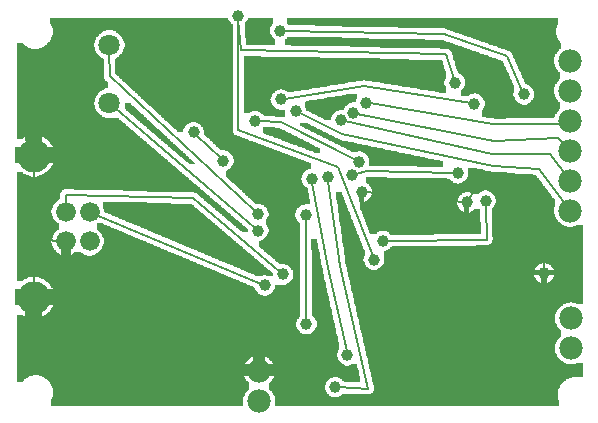
<source format=gbl>
G04 MADE WITH FRITZING*
G04 WWW.FRITZING.ORG*
G04 DOUBLE SIDED*
G04 HOLES PLATED*
G04 CONTOUR ON CENTER OF CONTOUR VECTOR*
%ASAXBY*%
%FSLAX23Y23*%
%MOIN*%
%OFA0B0*%
%SFA1.0B1.0*%
%ADD10C,0.066000*%
%ADD11C,0.110000*%
%ADD12C,0.070925*%
%ADD13C,0.070866*%
%ADD14C,0.078000*%
%ADD15C,0.039370*%
%ADD16C,0.075000*%
%ADD17C,0.008000*%
%LNCOPPER0*%
G90*
G70*
G54D10*
X283Y592D03*
X283Y690D03*
X205Y690D03*
X205Y592D03*
G54D11*
X98Y404D03*
X98Y878D03*
G54D12*
X349Y1246D03*
G54D13*
X349Y1053D03*
G54D14*
X1888Y235D03*
X1888Y335D03*
X1885Y1193D03*
X1885Y1093D03*
X1885Y993D03*
X1885Y893D03*
X1885Y793D03*
X1885Y693D03*
G54D15*
X845Y628D03*
X845Y683D03*
X928Y482D03*
X868Y445D03*
X1542Y722D03*
X1799Y485D03*
X1142Y213D03*
X1102Y106D03*
X1024Y800D03*
X1077Y805D03*
X729Y861D03*
X630Y955D03*
X919Y1294D03*
X1731Y1082D03*
X778Y1343D03*
X1501Y1121D03*
X1122Y995D03*
X1162Y1021D03*
X1205Y1054D03*
X971Y1025D03*
X1182Y857D03*
X836Y992D03*
X1003Y680D03*
X1006Y316D03*
X1191Y757D03*
X1511Y819D03*
X1158Y813D03*
X1603Y727D03*
X1261Y594D03*
X922Y1065D03*
X1566Y1050D03*
X1232Y531D03*
G54D14*
X849Y159D03*
X849Y59D03*
G54D16*
X1740Y1266D03*
X564Y655D03*
X469Y1258D03*
G54D17*
X96Y599D02*
X97Y827D01*
D02*
X181Y593D02*
X96Y599D01*
D02*
X98Y599D02*
X181Y593D01*
D02*
X98Y455D02*
X98Y599D01*
D02*
X835Y637D02*
X365Y1039D01*
D02*
X350Y1142D02*
X835Y692D01*
D02*
X349Y1225D02*
X350Y1142D01*
D02*
X629Y736D02*
X918Y490D01*
D02*
X204Y747D02*
X629Y736D01*
D02*
X204Y714D02*
X204Y747D01*
D02*
X855Y450D02*
X304Y681D01*
D02*
X1582Y788D02*
X1549Y733D01*
D02*
X1756Y775D02*
X1582Y788D01*
D02*
X1788Y705D02*
X1756Y775D01*
D02*
X1798Y499D02*
X1788Y705D01*
D02*
X1078Y502D02*
X1026Y787D01*
D02*
X1140Y226D02*
X1078Y502D01*
D02*
X1119Y510D02*
X1079Y792D01*
D02*
X1212Y101D02*
X1119Y510D01*
D02*
X1116Y105D02*
X1212Y101D01*
D02*
X720Y871D02*
X639Y946D01*
D02*
X1674Y1209D02*
X1726Y1094D01*
D02*
X1463Y1283D02*
X1674Y1209D01*
D02*
X932Y1294D02*
X1463Y1283D01*
D02*
X787Y1229D02*
X779Y1330D01*
D02*
X1472Y1215D02*
X787Y1229D01*
D02*
X1497Y1134D02*
X1472Y1215D01*
D02*
X1629Y982D02*
X1218Y1052D01*
D02*
X1896Y983D02*
X1629Y982D01*
D02*
X1903Y976D02*
X1896Y983D01*
D02*
X1631Y927D02*
X1176Y1018D01*
D02*
X1846Y937D02*
X1631Y927D01*
D02*
X1869Y912D02*
X1846Y937D01*
D02*
X1819Y884D02*
X1625Y884D01*
D02*
X1625Y884D02*
X1135Y992D01*
D02*
X1871Y813D02*
X1819Y884D01*
D02*
X1628Y843D02*
X1125Y949D01*
D02*
X1125Y949D02*
X983Y1019D01*
D02*
X1780Y833D02*
X1628Y843D01*
D02*
X1870Y713D02*
X1780Y833D01*
D02*
X920Y989D02*
X849Y992D01*
D02*
X1170Y863D02*
X920Y989D01*
D02*
X1006Y329D02*
X1003Y667D01*
D02*
X1204Y756D02*
X1529Y723D01*
D02*
X1498Y820D02*
X1207Y825D01*
D02*
X1604Y713D02*
X1608Y598D01*
D02*
X1608Y598D02*
X1275Y594D01*
D02*
X935Y1067D02*
X1198Y1110D01*
D02*
X1198Y1110D02*
X1553Y1053D01*
D02*
X779Y963D02*
X1110Y840D01*
D02*
X1110Y840D02*
X1227Y544D01*
D02*
X778Y1330D02*
X779Y963D01*
D02*
X1207Y825D02*
X1171Y816D01*
G36*
X812Y1338D02*
X812Y1334D01*
X810Y1334D01*
X810Y1330D01*
X808Y1330D01*
X808Y1326D01*
X806Y1326D01*
X806Y1324D01*
X804Y1324D01*
X804Y1322D01*
X802Y1322D01*
X802Y1320D01*
X800Y1320D01*
X800Y1296D01*
X802Y1296D01*
X802Y1270D01*
X804Y1270D01*
X804Y1248D01*
X854Y1248D01*
X854Y1246D01*
X902Y1246D01*
X902Y1266D01*
X900Y1266D01*
X900Y1268D01*
X898Y1268D01*
X898Y1270D01*
X896Y1270D01*
X896Y1272D01*
X894Y1272D01*
X894Y1274D01*
X892Y1274D01*
X892Y1276D01*
X890Y1276D01*
X890Y1280D01*
X888Y1280D01*
X888Y1282D01*
X886Y1282D01*
X886Y1288D01*
X884Y1288D01*
X884Y1300D01*
X886Y1300D01*
X886Y1306D01*
X888Y1306D01*
X888Y1310D01*
X890Y1310D01*
X890Y1312D01*
X892Y1312D01*
X892Y1316D01*
X894Y1316D01*
X894Y1318D01*
X896Y1318D01*
X896Y1338D01*
X812Y1338D01*
G37*
D02*
G36*
X942Y1338D02*
X942Y1318D01*
X944Y1318D01*
X944Y1314D01*
X946Y1314D01*
X946Y1312D01*
X1034Y1312D01*
X1034Y1310D01*
X1126Y1310D01*
X1126Y1308D01*
X1218Y1308D01*
X1218Y1306D01*
X1310Y1306D01*
X1310Y1304D01*
X1402Y1304D01*
X1402Y1302D01*
X1468Y1302D01*
X1468Y1300D01*
X1474Y1300D01*
X1474Y1298D01*
X1480Y1298D01*
X1480Y1296D01*
X1484Y1296D01*
X1484Y1294D01*
X1490Y1294D01*
X1490Y1292D01*
X1496Y1292D01*
X1496Y1290D01*
X1502Y1290D01*
X1502Y1288D01*
X1508Y1288D01*
X1508Y1286D01*
X1514Y1286D01*
X1514Y1284D01*
X1520Y1284D01*
X1520Y1282D01*
X1524Y1282D01*
X1524Y1280D01*
X1530Y1280D01*
X1530Y1278D01*
X1536Y1278D01*
X1536Y1276D01*
X1542Y1276D01*
X1542Y1274D01*
X1548Y1274D01*
X1548Y1272D01*
X1554Y1272D01*
X1554Y1270D01*
X1560Y1270D01*
X1560Y1268D01*
X1564Y1268D01*
X1564Y1266D01*
X1570Y1266D01*
X1570Y1264D01*
X1576Y1264D01*
X1576Y1262D01*
X1582Y1262D01*
X1582Y1260D01*
X1588Y1260D01*
X1588Y1258D01*
X1594Y1258D01*
X1594Y1256D01*
X1600Y1256D01*
X1600Y1254D01*
X1604Y1254D01*
X1604Y1252D01*
X1610Y1252D01*
X1610Y1250D01*
X1616Y1250D01*
X1616Y1248D01*
X1622Y1248D01*
X1622Y1246D01*
X1628Y1246D01*
X1628Y1244D01*
X1634Y1244D01*
X1634Y1242D01*
X1640Y1242D01*
X1640Y1240D01*
X1644Y1240D01*
X1644Y1238D01*
X1650Y1238D01*
X1650Y1236D01*
X1656Y1236D01*
X1656Y1234D01*
X1662Y1234D01*
X1662Y1232D01*
X1668Y1232D01*
X1668Y1230D01*
X1674Y1230D01*
X1674Y1228D01*
X1680Y1228D01*
X1680Y1226D01*
X1684Y1226D01*
X1684Y1224D01*
X1686Y1224D01*
X1686Y1222D01*
X1688Y1222D01*
X1688Y1220D01*
X1690Y1220D01*
X1690Y1218D01*
X1692Y1218D01*
X1692Y1212D01*
X1694Y1212D01*
X1694Y1208D01*
X1696Y1208D01*
X1696Y1204D01*
X1698Y1204D01*
X1698Y1200D01*
X1700Y1200D01*
X1700Y1196D01*
X1702Y1196D01*
X1702Y1190D01*
X1704Y1190D01*
X1704Y1186D01*
X1706Y1186D01*
X1706Y1182D01*
X1708Y1182D01*
X1708Y1178D01*
X1710Y1178D01*
X1710Y1174D01*
X1712Y1174D01*
X1712Y1168D01*
X1714Y1168D01*
X1714Y1164D01*
X1716Y1164D01*
X1716Y1160D01*
X1718Y1160D01*
X1718Y1156D01*
X1720Y1156D01*
X1720Y1152D01*
X1722Y1152D01*
X1722Y1146D01*
X1724Y1146D01*
X1724Y1142D01*
X1726Y1142D01*
X1726Y1138D01*
X1728Y1138D01*
X1728Y1134D01*
X1730Y1134D01*
X1730Y1130D01*
X1732Y1130D01*
X1732Y1124D01*
X1734Y1124D01*
X1734Y1120D01*
X1736Y1120D01*
X1736Y1116D01*
X1740Y1116D01*
X1740Y1114D01*
X1746Y1114D01*
X1746Y1112D01*
X1748Y1112D01*
X1748Y1110D01*
X1752Y1110D01*
X1752Y1108D01*
X1754Y1108D01*
X1754Y1106D01*
X1756Y1106D01*
X1756Y1104D01*
X1758Y1104D01*
X1758Y1100D01*
X1760Y1100D01*
X1760Y1098D01*
X1762Y1098D01*
X1762Y1094D01*
X1764Y1094D01*
X1764Y1090D01*
X1766Y1090D01*
X1766Y1076D01*
X1764Y1076D01*
X1764Y1070D01*
X1762Y1070D01*
X1762Y1066D01*
X1760Y1066D01*
X1760Y1064D01*
X1758Y1064D01*
X1758Y1062D01*
X1756Y1062D01*
X1756Y1060D01*
X1754Y1060D01*
X1754Y1058D01*
X1752Y1058D01*
X1752Y1056D01*
X1750Y1056D01*
X1750Y1054D01*
X1748Y1054D01*
X1748Y1052D01*
X1744Y1052D01*
X1744Y1050D01*
X1740Y1050D01*
X1740Y1048D01*
X1852Y1048D01*
X1852Y1054D01*
X1850Y1054D01*
X1850Y1056D01*
X1848Y1056D01*
X1848Y1058D01*
X1846Y1058D01*
X1846Y1060D01*
X1844Y1060D01*
X1844Y1062D01*
X1842Y1062D01*
X1842Y1066D01*
X1840Y1066D01*
X1840Y1068D01*
X1838Y1068D01*
X1838Y1072D01*
X1836Y1072D01*
X1836Y1076D01*
X1834Y1076D01*
X1834Y1082D01*
X1832Y1082D01*
X1832Y1106D01*
X1834Y1106D01*
X1834Y1110D01*
X1836Y1110D01*
X1836Y1116D01*
X1838Y1116D01*
X1838Y1118D01*
X1840Y1118D01*
X1840Y1122D01*
X1842Y1122D01*
X1842Y1124D01*
X1844Y1124D01*
X1844Y1126D01*
X1846Y1126D01*
X1846Y1128D01*
X1848Y1128D01*
X1848Y1132D01*
X1852Y1132D01*
X1852Y1154D01*
X1850Y1154D01*
X1850Y1156D01*
X1848Y1156D01*
X1848Y1158D01*
X1846Y1158D01*
X1846Y1160D01*
X1844Y1160D01*
X1844Y1162D01*
X1842Y1162D01*
X1842Y1166D01*
X1840Y1166D01*
X1840Y1168D01*
X1838Y1168D01*
X1838Y1172D01*
X1836Y1172D01*
X1836Y1176D01*
X1834Y1176D01*
X1834Y1182D01*
X1832Y1182D01*
X1832Y1206D01*
X1834Y1206D01*
X1834Y1210D01*
X1836Y1210D01*
X1836Y1216D01*
X1838Y1216D01*
X1838Y1218D01*
X1840Y1218D01*
X1840Y1222D01*
X1842Y1222D01*
X1842Y1224D01*
X1844Y1224D01*
X1844Y1226D01*
X1846Y1226D01*
X1846Y1228D01*
X1848Y1228D01*
X1848Y1232D01*
X1852Y1232D01*
X1852Y1234D01*
X1854Y1234D01*
X1854Y1254D01*
X1852Y1254D01*
X1852Y1256D01*
X1850Y1256D01*
X1850Y1260D01*
X1848Y1260D01*
X1848Y1262D01*
X1846Y1262D01*
X1846Y1266D01*
X1844Y1266D01*
X1844Y1270D01*
X1842Y1270D01*
X1842Y1274D01*
X1840Y1274D01*
X1840Y1280D01*
X1838Y1280D01*
X1838Y1302D01*
X1840Y1302D01*
X1840Y1310D01*
X1842Y1310D01*
X1842Y1314D01*
X1844Y1314D01*
X1844Y1318D01*
X1846Y1318D01*
X1846Y1338D01*
X942Y1338D01*
G37*
D02*
G36*
X944Y1274D02*
X944Y1272D01*
X942Y1272D01*
X942Y1270D01*
X940Y1270D01*
X940Y1268D01*
X938Y1268D01*
X938Y1266D01*
X934Y1266D01*
X934Y1246D01*
X954Y1246D01*
X954Y1244D01*
X1052Y1244D01*
X1052Y1242D01*
X1152Y1242D01*
X1152Y1240D01*
X1252Y1240D01*
X1252Y1238D01*
X1350Y1238D01*
X1350Y1236D01*
X1450Y1236D01*
X1450Y1234D01*
X1480Y1234D01*
X1480Y1232D01*
X1482Y1232D01*
X1482Y1230D01*
X1486Y1230D01*
X1486Y1226D01*
X1488Y1226D01*
X1488Y1224D01*
X1490Y1224D01*
X1490Y1218D01*
X1492Y1218D01*
X1492Y1212D01*
X1494Y1212D01*
X1494Y1204D01*
X1496Y1204D01*
X1496Y1198D01*
X1498Y1198D01*
X1498Y1192D01*
X1500Y1192D01*
X1500Y1186D01*
X1502Y1186D01*
X1502Y1178D01*
X1504Y1178D01*
X1504Y1172D01*
X1506Y1172D01*
X1506Y1166D01*
X1508Y1166D01*
X1508Y1160D01*
X1510Y1160D01*
X1510Y1154D01*
X1512Y1154D01*
X1512Y1152D01*
X1516Y1152D01*
X1516Y1150D01*
X1520Y1150D01*
X1520Y1148D01*
X1522Y1148D01*
X1522Y1146D01*
X1524Y1146D01*
X1524Y1144D01*
X1526Y1144D01*
X1526Y1142D01*
X1528Y1142D01*
X1528Y1140D01*
X1530Y1140D01*
X1530Y1136D01*
X1532Y1136D01*
X1532Y1132D01*
X1534Y1132D01*
X1534Y1126D01*
X1536Y1126D01*
X1536Y1116D01*
X1534Y1116D01*
X1534Y1110D01*
X1532Y1110D01*
X1532Y1106D01*
X1530Y1106D01*
X1530Y1104D01*
X1528Y1104D01*
X1528Y1100D01*
X1526Y1100D01*
X1526Y1098D01*
X1524Y1098D01*
X1524Y1096D01*
X1522Y1096D01*
X1522Y1086D01*
X1570Y1086D01*
X1570Y1084D01*
X1576Y1084D01*
X1576Y1082D01*
X1580Y1082D01*
X1580Y1080D01*
X1584Y1080D01*
X1584Y1078D01*
X1586Y1078D01*
X1586Y1076D01*
X1588Y1076D01*
X1588Y1074D01*
X1590Y1074D01*
X1590Y1072D01*
X1592Y1072D01*
X1592Y1070D01*
X1594Y1070D01*
X1594Y1068D01*
X1596Y1068D01*
X1596Y1064D01*
X1598Y1064D01*
X1598Y1060D01*
X1600Y1060D01*
X1600Y1048D01*
X1724Y1048D01*
X1724Y1050D01*
X1718Y1050D01*
X1718Y1052D01*
X1716Y1052D01*
X1716Y1054D01*
X1712Y1054D01*
X1712Y1056D01*
X1710Y1056D01*
X1710Y1058D01*
X1708Y1058D01*
X1708Y1060D01*
X1706Y1060D01*
X1706Y1062D01*
X1704Y1062D01*
X1704Y1064D01*
X1702Y1064D01*
X1702Y1068D01*
X1700Y1068D01*
X1700Y1072D01*
X1698Y1072D01*
X1698Y1078D01*
X1696Y1078D01*
X1696Y1086D01*
X1698Y1086D01*
X1698Y1112D01*
X1696Y1112D01*
X1696Y1116D01*
X1694Y1116D01*
X1694Y1120D01*
X1692Y1120D01*
X1692Y1126D01*
X1690Y1126D01*
X1690Y1130D01*
X1688Y1130D01*
X1688Y1134D01*
X1686Y1134D01*
X1686Y1138D01*
X1684Y1138D01*
X1684Y1142D01*
X1682Y1142D01*
X1682Y1148D01*
X1680Y1148D01*
X1680Y1152D01*
X1678Y1152D01*
X1678Y1156D01*
X1676Y1156D01*
X1676Y1160D01*
X1674Y1160D01*
X1674Y1164D01*
X1672Y1164D01*
X1672Y1170D01*
X1670Y1170D01*
X1670Y1174D01*
X1668Y1174D01*
X1668Y1178D01*
X1666Y1178D01*
X1666Y1182D01*
X1664Y1182D01*
X1664Y1188D01*
X1662Y1188D01*
X1662Y1192D01*
X1660Y1192D01*
X1660Y1194D01*
X1656Y1194D01*
X1656Y1196D01*
X1650Y1196D01*
X1650Y1198D01*
X1644Y1198D01*
X1644Y1200D01*
X1638Y1200D01*
X1638Y1202D01*
X1632Y1202D01*
X1632Y1204D01*
X1626Y1204D01*
X1626Y1206D01*
X1622Y1206D01*
X1622Y1208D01*
X1616Y1208D01*
X1616Y1210D01*
X1610Y1210D01*
X1610Y1212D01*
X1604Y1212D01*
X1604Y1214D01*
X1598Y1214D01*
X1598Y1216D01*
X1592Y1216D01*
X1592Y1218D01*
X1586Y1218D01*
X1586Y1220D01*
X1582Y1220D01*
X1582Y1222D01*
X1576Y1222D01*
X1576Y1224D01*
X1570Y1224D01*
X1570Y1226D01*
X1564Y1226D01*
X1564Y1228D01*
X1558Y1228D01*
X1558Y1230D01*
X1552Y1230D01*
X1552Y1232D01*
X1546Y1232D01*
X1546Y1234D01*
X1542Y1234D01*
X1542Y1236D01*
X1536Y1236D01*
X1536Y1238D01*
X1530Y1238D01*
X1530Y1240D01*
X1524Y1240D01*
X1524Y1242D01*
X1518Y1242D01*
X1518Y1244D01*
X1512Y1244D01*
X1512Y1246D01*
X1506Y1246D01*
X1506Y1248D01*
X1502Y1248D01*
X1502Y1250D01*
X1496Y1250D01*
X1496Y1252D01*
X1490Y1252D01*
X1490Y1254D01*
X1484Y1254D01*
X1484Y1256D01*
X1478Y1256D01*
X1478Y1258D01*
X1472Y1258D01*
X1472Y1260D01*
X1466Y1260D01*
X1466Y1262D01*
X1462Y1262D01*
X1462Y1264D01*
X1400Y1264D01*
X1400Y1266D01*
X1308Y1266D01*
X1308Y1268D01*
X1216Y1268D01*
X1216Y1270D01*
X1126Y1270D01*
X1126Y1272D01*
X1034Y1272D01*
X1034Y1274D01*
X944Y1274D01*
G37*
D02*
G36*
X1522Y1086D02*
X1522Y1076D01*
X1546Y1076D01*
X1546Y1078D01*
X1548Y1078D01*
X1548Y1080D01*
X1552Y1080D01*
X1552Y1082D01*
X1556Y1082D01*
X1556Y1084D01*
X1564Y1084D01*
X1564Y1086D01*
X1522Y1086D01*
G37*
D02*
G36*
X1600Y1048D02*
X1600Y1046D01*
X1852Y1046D01*
X1852Y1048D01*
X1600Y1048D01*
G37*
D02*
G36*
X1600Y1048D02*
X1600Y1046D01*
X1852Y1046D01*
X1852Y1048D01*
X1600Y1048D01*
G37*
D02*
G36*
X1600Y1046D02*
X1600Y1042D01*
X1598Y1042D01*
X1598Y1036D01*
X1596Y1036D01*
X1596Y1034D01*
X1594Y1034D01*
X1594Y1030D01*
X1592Y1030D01*
X1592Y1028D01*
X1590Y1028D01*
X1590Y1008D01*
X1594Y1008D01*
X1594Y1006D01*
X1606Y1006D01*
X1606Y1004D01*
X1618Y1004D01*
X1618Y1002D01*
X1630Y1002D01*
X1630Y1000D01*
X1670Y1000D01*
X1670Y1002D01*
X1832Y1002D01*
X1832Y1006D01*
X1834Y1006D01*
X1834Y1010D01*
X1836Y1010D01*
X1836Y1016D01*
X1838Y1016D01*
X1838Y1018D01*
X1840Y1018D01*
X1840Y1022D01*
X1842Y1022D01*
X1842Y1024D01*
X1844Y1024D01*
X1844Y1026D01*
X1846Y1026D01*
X1846Y1028D01*
X1848Y1028D01*
X1848Y1032D01*
X1852Y1032D01*
X1852Y1046D01*
X1600Y1046D01*
G37*
D02*
G36*
X798Y1210D02*
X798Y1130D01*
X1202Y1130D01*
X1202Y1128D01*
X1214Y1128D01*
X1214Y1126D01*
X1226Y1126D01*
X1226Y1124D01*
X1238Y1124D01*
X1238Y1122D01*
X1252Y1122D01*
X1252Y1120D01*
X1264Y1120D01*
X1264Y1118D01*
X1276Y1118D01*
X1276Y1116D01*
X1288Y1116D01*
X1288Y1114D01*
X1300Y1114D01*
X1300Y1112D01*
X1312Y1112D01*
X1312Y1110D01*
X1324Y1110D01*
X1324Y1108D01*
X1338Y1108D01*
X1338Y1106D01*
X1350Y1106D01*
X1350Y1104D01*
X1362Y1104D01*
X1362Y1102D01*
X1374Y1102D01*
X1374Y1100D01*
X1386Y1100D01*
X1386Y1098D01*
X1398Y1098D01*
X1398Y1096D01*
X1410Y1096D01*
X1410Y1094D01*
X1424Y1094D01*
X1424Y1092D01*
X1436Y1092D01*
X1436Y1090D01*
X1448Y1090D01*
X1448Y1088D01*
X1472Y1088D01*
X1472Y1106D01*
X1470Y1106D01*
X1470Y1110D01*
X1468Y1110D01*
X1468Y1114D01*
X1466Y1114D01*
X1466Y1128D01*
X1468Y1128D01*
X1468Y1132D01*
X1470Y1132D01*
X1470Y1160D01*
X1468Y1160D01*
X1468Y1166D01*
X1466Y1166D01*
X1466Y1172D01*
X1464Y1172D01*
X1464Y1180D01*
X1462Y1180D01*
X1462Y1186D01*
X1460Y1186D01*
X1460Y1192D01*
X1458Y1192D01*
X1458Y1196D01*
X1448Y1196D01*
X1448Y1198D01*
X1348Y1198D01*
X1348Y1200D01*
X1250Y1200D01*
X1250Y1202D01*
X1150Y1202D01*
X1150Y1204D01*
X1052Y1204D01*
X1052Y1206D01*
X952Y1206D01*
X952Y1208D01*
X854Y1208D01*
X854Y1210D01*
X798Y1210D01*
G37*
D02*
G36*
X798Y1130D02*
X798Y1100D01*
X926Y1100D01*
X926Y1098D01*
X932Y1098D01*
X932Y1096D01*
X936Y1096D01*
X936Y1094D01*
X940Y1094D01*
X940Y1092D01*
X942Y1092D01*
X942Y1090D01*
X964Y1090D01*
X964Y1092D01*
X976Y1092D01*
X976Y1094D01*
X988Y1094D01*
X988Y1096D01*
X1002Y1096D01*
X1002Y1098D01*
X1014Y1098D01*
X1014Y1100D01*
X1026Y1100D01*
X1026Y1102D01*
X1038Y1102D01*
X1038Y1104D01*
X1050Y1104D01*
X1050Y1106D01*
X1062Y1106D01*
X1062Y1108D01*
X1074Y1108D01*
X1074Y1110D01*
X1086Y1110D01*
X1086Y1112D01*
X1098Y1112D01*
X1098Y1114D01*
X1110Y1114D01*
X1110Y1116D01*
X1122Y1116D01*
X1122Y1118D01*
X1134Y1118D01*
X1134Y1120D01*
X1146Y1120D01*
X1146Y1122D01*
X1158Y1122D01*
X1158Y1124D01*
X1170Y1124D01*
X1170Y1126D01*
X1182Y1126D01*
X1182Y1128D01*
X1194Y1128D01*
X1194Y1130D01*
X798Y1130D01*
G37*
D02*
G36*
X798Y1100D02*
X798Y1026D01*
X846Y1026D01*
X846Y1024D01*
X850Y1024D01*
X850Y1022D01*
X852Y1022D01*
X852Y1020D01*
X856Y1020D01*
X856Y1018D01*
X858Y1018D01*
X858Y1016D01*
X860Y1016D01*
X860Y1014D01*
X862Y1014D01*
X862Y1012D01*
X864Y1012D01*
X864Y1010D01*
X900Y1010D01*
X900Y1008D01*
X936Y1008D01*
X936Y1030D01*
X914Y1030D01*
X914Y1032D01*
X910Y1032D01*
X910Y1034D01*
X906Y1034D01*
X906Y1036D01*
X904Y1036D01*
X904Y1038D01*
X900Y1038D01*
X900Y1040D01*
X898Y1040D01*
X898Y1042D01*
X896Y1042D01*
X896Y1044D01*
X894Y1044D01*
X894Y1048D01*
X892Y1048D01*
X892Y1050D01*
X890Y1050D01*
X890Y1054D01*
X888Y1054D01*
X888Y1064D01*
X886Y1064D01*
X886Y1066D01*
X888Y1066D01*
X888Y1074D01*
X890Y1074D01*
X890Y1078D01*
X892Y1078D01*
X892Y1082D01*
X894Y1082D01*
X894Y1084D01*
X896Y1084D01*
X896Y1086D01*
X898Y1086D01*
X898Y1088D01*
X900Y1088D01*
X900Y1090D01*
X902Y1090D01*
X902Y1092D01*
X904Y1092D01*
X904Y1094D01*
X908Y1094D01*
X908Y1096D01*
X912Y1096D01*
X912Y1098D01*
X918Y1098D01*
X918Y1100D01*
X798Y1100D01*
G37*
D02*
G36*
X798Y1026D02*
X798Y1020D01*
X818Y1020D01*
X818Y1022D01*
X822Y1022D01*
X822Y1024D01*
X826Y1024D01*
X826Y1026D01*
X798Y1026D01*
G37*
D02*
G36*
X1150Y1084D02*
X1150Y1082D01*
X1138Y1082D01*
X1138Y1080D01*
X1126Y1080D01*
X1126Y1078D01*
X1114Y1078D01*
X1114Y1076D01*
X1100Y1076D01*
X1100Y1074D01*
X1088Y1074D01*
X1088Y1072D01*
X1076Y1072D01*
X1076Y1070D01*
X1064Y1070D01*
X1064Y1068D01*
X1052Y1068D01*
X1052Y1066D01*
X1040Y1066D01*
X1040Y1064D01*
X1028Y1064D01*
X1028Y1062D01*
X1016Y1062D01*
X1016Y1060D01*
X1004Y1060D01*
X1004Y1058D01*
X1002Y1058D01*
X1002Y1036D01*
X1004Y1036D01*
X1004Y1032D01*
X1006Y1032D01*
X1006Y1028D01*
X1010Y1028D01*
X1010Y1026D01*
X1014Y1026D01*
X1014Y1024D01*
X1018Y1024D01*
X1018Y1022D01*
X1022Y1022D01*
X1022Y1020D01*
X1026Y1020D01*
X1026Y1018D01*
X1030Y1018D01*
X1030Y1016D01*
X1034Y1016D01*
X1034Y1014D01*
X1038Y1014D01*
X1038Y1012D01*
X1042Y1012D01*
X1042Y1010D01*
X1046Y1010D01*
X1046Y1008D01*
X1050Y1008D01*
X1050Y1006D01*
X1054Y1006D01*
X1054Y1004D01*
X1058Y1004D01*
X1058Y1002D01*
X1062Y1002D01*
X1062Y1000D01*
X1066Y1000D01*
X1066Y998D01*
X1088Y998D01*
X1088Y1006D01*
X1090Y1006D01*
X1090Y1010D01*
X1092Y1010D01*
X1092Y1012D01*
X1094Y1012D01*
X1094Y1016D01*
X1096Y1016D01*
X1096Y1018D01*
X1098Y1018D01*
X1098Y1020D01*
X1100Y1020D01*
X1100Y1022D01*
X1104Y1022D01*
X1104Y1024D01*
X1106Y1024D01*
X1106Y1026D01*
X1110Y1026D01*
X1110Y1028D01*
X1114Y1028D01*
X1114Y1030D01*
X1130Y1030D01*
X1130Y1034D01*
X1132Y1034D01*
X1132Y1038D01*
X1134Y1038D01*
X1134Y1040D01*
X1136Y1040D01*
X1136Y1042D01*
X1138Y1042D01*
X1138Y1044D01*
X1140Y1044D01*
X1140Y1046D01*
X1142Y1046D01*
X1142Y1048D01*
X1144Y1048D01*
X1144Y1050D01*
X1148Y1050D01*
X1148Y1052D01*
X1152Y1052D01*
X1152Y1054D01*
X1158Y1054D01*
X1158Y1056D01*
X1170Y1056D01*
X1170Y1062D01*
X1172Y1062D01*
X1172Y1066D01*
X1174Y1066D01*
X1174Y1084D01*
X1150Y1084D01*
G37*
D02*
G36*
X400Y1052D02*
X400Y1034D01*
X402Y1034D01*
X402Y1032D01*
X404Y1032D01*
X404Y1030D01*
X406Y1030D01*
X406Y1028D01*
X408Y1028D01*
X408Y1026D01*
X410Y1026D01*
X410Y1024D01*
X414Y1024D01*
X414Y1022D01*
X416Y1022D01*
X416Y1020D01*
X418Y1020D01*
X418Y1018D01*
X420Y1018D01*
X420Y1016D01*
X422Y1016D01*
X422Y1014D01*
X424Y1014D01*
X424Y1012D01*
X428Y1012D01*
X428Y1010D01*
X430Y1010D01*
X430Y1008D01*
X432Y1008D01*
X432Y1006D01*
X434Y1006D01*
X434Y1004D01*
X436Y1004D01*
X436Y1002D01*
X438Y1002D01*
X438Y1000D01*
X442Y1000D01*
X442Y998D01*
X444Y998D01*
X444Y996D01*
X446Y996D01*
X446Y994D01*
X448Y994D01*
X448Y992D01*
X450Y992D01*
X450Y990D01*
X452Y990D01*
X452Y988D01*
X456Y988D01*
X456Y986D01*
X458Y986D01*
X458Y984D01*
X460Y984D01*
X460Y982D01*
X462Y982D01*
X462Y980D01*
X464Y980D01*
X464Y978D01*
X466Y978D01*
X466Y976D01*
X470Y976D01*
X470Y974D01*
X472Y974D01*
X472Y972D01*
X474Y972D01*
X474Y970D01*
X476Y970D01*
X476Y968D01*
X478Y968D01*
X478Y966D01*
X480Y966D01*
X480Y964D01*
X484Y964D01*
X484Y962D01*
X486Y962D01*
X486Y960D01*
X488Y960D01*
X488Y958D01*
X490Y958D01*
X490Y956D01*
X492Y956D01*
X492Y954D01*
X494Y954D01*
X494Y952D01*
X498Y952D01*
X498Y950D01*
X500Y950D01*
X500Y948D01*
X502Y948D01*
X502Y946D01*
X504Y946D01*
X504Y944D01*
X506Y944D01*
X506Y942D01*
X508Y942D01*
X508Y940D01*
X512Y940D01*
X512Y938D01*
X514Y938D01*
X514Y936D01*
X516Y936D01*
X516Y934D01*
X518Y934D01*
X518Y932D01*
X520Y932D01*
X520Y930D01*
X522Y930D01*
X522Y928D01*
X526Y928D01*
X526Y926D01*
X528Y926D01*
X528Y924D01*
X530Y924D01*
X530Y922D01*
X532Y922D01*
X532Y920D01*
X534Y920D01*
X534Y918D01*
X536Y918D01*
X536Y916D01*
X540Y916D01*
X540Y914D01*
X542Y914D01*
X542Y912D01*
X544Y912D01*
X544Y910D01*
X546Y910D01*
X546Y908D01*
X548Y908D01*
X548Y906D01*
X550Y906D01*
X550Y904D01*
X554Y904D01*
X554Y902D01*
X556Y902D01*
X556Y900D01*
X558Y900D01*
X558Y898D01*
X560Y898D01*
X560Y896D01*
X562Y896D01*
X562Y894D01*
X564Y894D01*
X564Y892D01*
X568Y892D01*
X568Y890D01*
X570Y890D01*
X570Y888D01*
X572Y888D01*
X572Y886D01*
X574Y886D01*
X574Y884D01*
X576Y884D01*
X576Y882D01*
X578Y882D01*
X578Y880D01*
X582Y880D01*
X582Y878D01*
X584Y878D01*
X584Y876D01*
X586Y876D01*
X586Y874D01*
X588Y874D01*
X588Y872D01*
X590Y872D01*
X590Y870D01*
X594Y870D01*
X594Y868D01*
X596Y868D01*
X596Y866D01*
X598Y866D01*
X598Y864D01*
X600Y864D01*
X600Y862D01*
X602Y862D01*
X602Y860D01*
X604Y860D01*
X604Y858D01*
X608Y858D01*
X608Y856D01*
X610Y856D01*
X610Y854D01*
X612Y854D01*
X612Y852D01*
X614Y852D01*
X614Y850D01*
X634Y850D01*
X634Y854D01*
X632Y854D01*
X632Y856D01*
X630Y856D01*
X630Y858D01*
X628Y858D01*
X628Y860D01*
X626Y860D01*
X626Y862D01*
X624Y862D01*
X624Y864D01*
X622Y864D01*
X622Y866D01*
X618Y866D01*
X618Y868D01*
X616Y868D01*
X616Y870D01*
X614Y870D01*
X614Y872D01*
X612Y872D01*
X612Y874D01*
X610Y874D01*
X610Y876D01*
X608Y876D01*
X608Y878D01*
X606Y878D01*
X606Y880D01*
X604Y880D01*
X604Y882D01*
X602Y882D01*
X602Y884D01*
X600Y884D01*
X600Y886D01*
X598Y886D01*
X598Y888D01*
X596Y888D01*
X596Y890D01*
X594Y890D01*
X594Y892D01*
X590Y892D01*
X590Y894D01*
X588Y894D01*
X588Y896D01*
X586Y896D01*
X586Y898D01*
X584Y898D01*
X584Y900D01*
X582Y900D01*
X582Y902D01*
X580Y902D01*
X580Y904D01*
X578Y904D01*
X578Y906D01*
X576Y906D01*
X576Y908D01*
X574Y908D01*
X574Y910D01*
X572Y910D01*
X572Y912D01*
X570Y912D01*
X570Y914D01*
X568Y914D01*
X568Y916D01*
X564Y916D01*
X564Y918D01*
X562Y918D01*
X562Y920D01*
X560Y920D01*
X560Y922D01*
X558Y922D01*
X558Y924D01*
X556Y924D01*
X556Y926D01*
X554Y926D01*
X554Y928D01*
X552Y928D01*
X552Y930D01*
X550Y930D01*
X550Y932D01*
X548Y932D01*
X548Y934D01*
X546Y934D01*
X546Y936D01*
X544Y936D01*
X544Y938D01*
X542Y938D01*
X542Y940D01*
X540Y940D01*
X540Y942D01*
X536Y942D01*
X536Y944D01*
X534Y944D01*
X534Y946D01*
X532Y946D01*
X532Y948D01*
X530Y948D01*
X530Y950D01*
X528Y950D01*
X528Y952D01*
X526Y952D01*
X526Y954D01*
X524Y954D01*
X524Y956D01*
X522Y956D01*
X522Y958D01*
X520Y958D01*
X520Y960D01*
X518Y960D01*
X518Y962D01*
X516Y962D01*
X516Y964D01*
X514Y964D01*
X514Y966D01*
X512Y966D01*
X512Y968D01*
X508Y968D01*
X508Y970D01*
X506Y970D01*
X506Y972D01*
X504Y972D01*
X504Y974D01*
X502Y974D01*
X502Y976D01*
X500Y976D01*
X500Y978D01*
X498Y978D01*
X498Y980D01*
X496Y980D01*
X496Y982D01*
X494Y982D01*
X494Y984D01*
X492Y984D01*
X492Y986D01*
X490Y986D01*
X490Y988D01*
X488Y988D01*
X488Y990D01*
X486Y990D01*
X486Y992D01*
X484Y992D01*
X484Y994D01*
X480Y994D01*
X480Y996D01*
X478Y996D01*
X478Y998D01*
X476Y998D01*
X476Y1000D01*
X474Y1000D01*
X474Y1002D01*
X472Y1002D01*
X472Y1004D01*
X470Y1004D01*
X470Y1006D01*
X468Y1006D01*
X468Y1008D01*
X466Y1008D01*
X466Y1010D01*
X464Y1010D01*
X464Y1012D01*
X462Y1012D01*
X462Y1014D01*
X460Y1014D01*
X460Y1016D01*
X458Y1016D01*
X458Y1018D01*
X454Y1018D01*
X454Y1020D01*
X452Y1020D01*
X452Y1022D01*
X450Y1022D01*
X450Y1024D01*
X448Y1024D01*
X448Y1026D01*
X446Y1026D01*
X446Y1028D01*
X444Y1028D01*
X444Y1030D01*
X442Y1030D01*
X442Y1032D01*
X440Y1032D01*
X440Y1034D01*
X438Y1034D01*
X438Y1036D01*
X436Y1036D01*
X436Y1038D01*
X434Y1038D01*
X434Y1040D01*
X432Y1040D01*
X432Y1042D01*
X430Y1042D01*
X430Y1044D01*
X426Y1044D01*
X426Y1046D01*
X424Y1046D01*
X424Y1048D01*
X422Y1048D01*
X422Y1050D01*
X420Y1050D01*
X420Y1052D01*
X400Y1052D01*
G37*
D02*
G36*
X986Y988D02*
X986Y976D01*
X990Y976D01*
X990Y974D01*
X994Y974D01*
X994Y972D01*
X998Y972D01*
X998Y970D01*
X1002Y970D01*
X1002Y968D01*
X1006Y968D01*
X1006Y966D01*
X1010Y966D01*
X1010Y964D01*
X1014Y964D01*
X1014Y962D01*
X1018Y962D01*
X1018Y960D01*
X1022Y960D01*
X1022Y958D01*
X1026Y958D01*
X1026Y956D01*
X1030Y956D01*
X1030Y954D01*
X1034Y954D01*
X1034Y952D01*
X1038Y952D01*
X1038Y950D01*
X1042Y950D01*
X1042Y948D01*
X1046Y948D01*
X1046Y946D01*
X1050Y946D01*
X1050Y944D01*
X1054Y944D01*
X1054Y942D01*
X1058Y942D01*
X1058Y940D01*
X1062Y940D01*
X1062Y938D01*
X1066Y938D01*
X1066Y936D01*
X1070Y936D01*
X1070Y934D01*
X1074Y934D01*
X1074Y932D01*
X1078Y932D01*
X1078Y930D01*
X1082Y930D01*
X1082Y928D01*
X1086Y928D01*
X1086Y926D01*
X1090Y926D01*
X1090Y924D01*
X1094Y924D01*
X1094Y922D01*
X1098Y922D01*
X1098Y920D01*
X1102Y920D01*
X1102Y918D01*
X1106Y918D01*
X1106Y916D01*
X1110Y916D01*
X1110Y914D01*
X1114Y914D01*
X1114Y912D01*
X1118Y912D01*
X1118Y910D01*
X1122Y910D01*
X1122Y908D01*
X1126Y908D01*
X1126Y906D01*
X1130Y906D01*
X1130Y904D01*
X1134Y904D01*
X1134Y902D01*
X1138Y902D01*
X1138Y900D01*
X1142Y900D01*
X1142Y898D01*
X1146Y898D01*
X1146Y896D01*
X1150Y896D01*
X1150Y894D01*
X1152Y894D01*
X1152Y892D01*
X1188Y892D01*
X1188Y890D01*
X1194Y890D01*
X1194Y888D01*
X1198Y888D01*
X1198Y886D01*
X1200Y886D01*
X1200Y884D01*
X1202Y884D01*
X1202Y882D01*
X1206Y882D01*
X1206Y880D01*
X1208Y880D01*
X1208Y876D01*
X1210Y876D01*
X1210Y874D01*
X1212Y874D01*
X1212Y870D01*
X1214Y870D01*
X1214Y866D01*
X1216Y866D01*
X1216Y844D01*
X1276Y844D01*
X1276Y842D01*
X1376Y842D01*
X1376Y840D01*
X1460Y840D01*
X1460Y860D01*
X1450Y860D01*
X1450Y862D01*
X1440Y862D01*
X1440Y864D01*
X1432Y864D01*
X1432Y866D01*
X1422Y866D01*
X1422Y868D01*
X1412Y868D01*
X1412Y870D01*
X1402Y870D01*
X1402Y872D01*
X1392Y872D01*
X1392Y874D01*
X1384Y874D01*
X1384Y876D01*
X1374Y876D01*
X1374Y878D01*
X1364Y878D01*
X1364Y880D01*
X1354Y880D01*
X1354Y882D01*
X1346Y882D01*
X1346Y884D01*
X1336Y884D01*
X1336Y886D01*
X1326Y886D01*
X1326Y888D01*
X1316Y888D01*
X1316Y890D01*
X1308Y890D01*
X1308Y892D01*
X1298Y892D01*
X1298Y894D01*
X1288Y894D01*
X1288Y896D01*
X1278Y896D01*
X1278Y898D01*
X1268Y898D01*
X1268Y900D01*
X1260Y900D01*
X1260Y902D01*
X1250Y902D01*
X1250Y904D01*
X1240Y904D01*
X1240Y906D01*
X1230Y906D01*
X1230Y908D01*
X1222Y908D01*
X1222Y910D01*
X1212Y910D01*
X1212Y912D01*
X1202Y912D01*
X1202Y914D01*
X1192Y914D01*
X1192Y916D01*
X1182Y916D01*
X1182Y918D01*
X1174Y918D01*
X1174Y920D01*
X1164Y920D01*
X1164Y922D01*
X1154Y922D01*
X1154Y924D01*
X1144Y924D01*
X1144Y926D01*
X1136Y926D01*
X1136Y928D01*
X1126Y928D01*
X1126Y930D01*
X1118Y930D01*
X1118Y932D01*
X1114Y932D01*
X1114Y934D01*
X1110Y934D01*
X1110Y936D01*
X1106Y936D01*
X1106Y938D01*
X1102Y938D01*
X1102Y940D01*
X1098Y940D01*
X1098Y942D01*
X1094Y942D01*
X1094Y944D01*
X1090Y944D01*
X1090Y946D01*
X1086Y946D01*
X1086Y948D01*
X1082Y948D01*
X1082Y950D01*
X1078Y950D01*
X1078Y952D01*
X1074Y952D01*
X1074Y954D01*
X1070Y954D01*
X1070Y956D01*
X1066Y956D01*
X1066Y958D01*
X1062Y958D01*
X1062Y960D01*
X1058Y960D01*
X1058Y962D01*
X1054Y962D01*
X1054Y964D01*
X1050Y964D01*
X1050Y966D01*
X1046Y966D01*
X1046Y968D01*
X1042Y968D01*
X1042Y970D01*
X1038Y970D01*
X1038Y972D01*
X1034Y972D01*
X1034Y974D01*
X1030Y974D01*
X1030Y976D01*
X1026Y976D01*
X1026Y978D01*
X1022Y978D01*
X1022Y980D01*
X1018Y980D01*
X1018Y982D01*
X1014Y982D01*
X1014Y984D01*
X1010Y984D01*
X1010Y986D01*
X1006Y986D01*
X1006Y988D01*
X986Y988D01*
G37*
D02*
G36*
X1156Y892D02*
X1156Y890D01*
X1178Y890D01*
X1178Y892D01*
X1156Y892D01*
G37*
D02*
G36*
X862Y972D02*
X862Y952D01*
X866Y952D01*
X866Y950D01*
X872Y950D01*
X872Y948D01*
X878Y948D01*
X878Y946D01*
X882Y946D01*
X882Y944D01*
X888Y944D01*
X888Y942D01*
X894Y942D01*
X894Y940D01*
X898Y940D01*
X898Y938D01*
X904Y938D01*
X904Y936D01*
X910Y936D01*
X910Y934D01*
X914Y934D01*
X914Y932D01*
X920Y932D01*
X920Y930D01*
X926Y930D01*
X926Y928D01*
X930Y928D01*
X930Y926D01*
X936Y926D01*
X936Y924D01*
X942Y924D01*
X942Y922D01*
X946Y922D01*
X946Y920D01*
X952Y920D01*
X952Y918D01*
X958Y918D01*
X958Y916D01*
X962Y916D01*
X962Y914D01*
X968Y914D01*
X968Y912D01*
X974Y912D01*
X974Y910D01*
X978Y910D01*
X978Y908D01*
X984Y908D01*
X984Y906D01*
X990Y906D01*
X990Y904D01*
X996Y904D01*
X996Y902D01*
X1000Y902D01*
X1000Y900D01*
X1006Y900D01*
X1006Y898D01*
X1012Y898D01*
X1012Y896D01*
X1016Y896D01*
X1016Y894D01*
X1022Y894D01*
X1022Y892D01*
X1028Y892D01*
X1028Y890D01*
X1032Y890D01*
X1032Y888D01*
X1052Y888D01*
X1052Y902D01*
X1048Y902D01*
X1048Y904D01*
X1044Y904D01*
X1044Y906D01*
X1040Y906D01*
X1040Y908D01*
X1036Y908D01*
X1036Y910D01*
X1032Y910D01*
X1032Y912D01*
X1028Y912D01*
X1028Y914D01*
X1024Y914D01*
X1024Y916D01*
X1020Y916D01*
X1020Y918D01*
X1018Y918D01*
X1018Y920D01*
X1014Y920D01*
X1014Y922D01*
X1010Y922D01*
X1010Y924D01*
X1006Y924D01*
X1006Y926D01*
X1002Y926D01*
X1002Y928D01*
X998Y928D01*
X998Y930D01*
X994Y930D01*
X994Y932D01*
X990Y932D01*
X990Y934D01*
X986Y934D01*
X986Y936D01*
X982Y936D01*
X982Y938D01*
X978Y938D01*
X978Y940D01*
X974Y940D01*
X974Y942D01*
X970Y942D01*
X970Y944D01*
X966Y944D01*
X966Y946D01*
X962Y946D01*
X962Y948D01*
X958Y948D01*
X958Y950D01*
X954Y950D01*
X954Y952D01*
X950Y952D01*
X950Y954D01*
X946Y954D01*
X946Y956D01*
X942Y956D01*
X942Y958D01*
X938Y958D01*
X938Y960D01*
X934Y960D01*
X934Y962D01*
X930Y962D01*
X930Y964D01*
X926Y964D01*
X926Y966D01*
X922Y966D01*
X922Y968D01*
X918Y968D01*
X918Y970D01*
X900Y970D01*
X900Y972D01*
X862Y972D01*
G37*
D02*
G36*
X328Y724D02*
X328Y700D01*
X330Y700D01*
X330Y690D01*
X334Y690D01*
X334Y688D01*
X340Y688D01*
X340Y686D01*
X344Y686D01*
X344Y684D01*
X350Y684D01*
X350Y682D01*
X354Y682D01*
X354Y680D01*
X358Y680D01*
X358Y678D01*
X364Y678D01*
X364Y676D01*
X368Y676D01*
X368Y674D01*
X372Y674D01*
X372Y672D01*
X378Y672D01*
X378Y670D01*
X382Y670D01*
X382Y668D01*
X388Y668D01*
X388Y666D01*
X392Y666D01*
X392Y664D01*
X396Y664D01*
X396Y662D01*
X402Y662D01*
X402Y660D01*
X406Y660D01*
X406Y658D01*
X412Y658D01*
X412Y656D01*
X416Y656D01*
X416Y654D01*
X420Y654D01*
X420Y652D01*
X426Y652D01*
X426Y650D01*
X430Y650D01*
X430Y648D01*
X434Y648D01*
X434Y646D01*
X440Y646D01*
X440Y644D01*
X444Y644D01*
X444Y642D01*
X450Y642D01*
X450Y640D01*
X454Y640D01*
X454Y638D01*
X458Y638D01*
X458Y636D01*
X464Y636D01*
X464Y634D01*
X468Y634D01*
X468Y632D01*
X474Y632D01*
X474Y630D01*
X478Y630D01*
X478Y628D01*
X482Y628D01*
X482Y626D01*
X488Y626D01*
X488Y624D01*
X492Y624D01*
X492Y622D01*
X496Y622D01*
X496Y620D01*
X502Y620D01*
X502Y618D01*
X506Y618D01*
X506Y616D01*
X512Y616D01*
X512Y614D01*
X516Y614D01*
X516Y612D01*
X520Y612D01*
X520Y610D01*
X526Y610D01*
X526Y608D01*
X530Y608D01*
X530Y606D01*
X536Y606D01*
X536Y604D01*
X540Y604D01*
X540Y602D01*
X544Y602D01*
X544Y600D01*
X550Y600D01*
X550Y598D01*
X554Y598D01*
X554Y596D01*
X558Y596D01*
X558Y594D01*
X564Y594D01*
X564Y592D01*
X568Y592D01*
X568Y590D01*
X574Y590D01*
X574Y588D01*
X578Y588D01*
X578Y586D01*
X582Y586D01*
X582Y584D01*
X588Y584D01*
X588Y582D01*
X592Y582D01*
X592Y580D01*
X598Y580D01*
X598Y578D01*
X602Y578D01*
X602Y576D01*
X606Y576D01*
X606Y574D01*
X612Y574D01*
X612Y572D01*
X616Y572D01*
X616Y570D01*
X620Y570D01*
X620Y568D01*
X626Y568D01*
X626Y566D01*
X630Y566D01*
X630Y564D01*
X636Y564D01*
X636Y562D01*
X640Y562D01*
X640Y560D01*
X644Y560D01*
X644Y558D01*
X650Y558D01*
X650Y556D01*
X654Y556D01*
X654Y554D01*
X660Y554D01*
X660Y552D01*
X664Y552D01*
X664Y550D01*
X668Y550D01*
X668Y548D01*
X674Y548D01*
X674Y546D01*
X678Y546D01*
X678Y544D01*
X682Y544D01*
X682Y542D01*
X688Y542D01*
X688Y540D01*
X692Y540D01*
X692Y538D01*
X698Y538D01*
X698Y536D01*
X702Y536D01*
X702Y534D01*
X706Y534D01*
X706Y532D01*
X712Y532D01*
X712Y530D01*
X716Y530D01*
X716Y528D01*
X722Y528D01*
X722Y526D01*
X726Y526D01*
X726Y524D01*
X730Y524D01*
X730Y522D01*
X736Y522D01*
X736Y520D01*
X740Y520D01*
X740Y518D01*
X744Y518D01*
X744Y516D01*
X750Y516D01*
X750Y514D01*
X754Y514D01*
X754Y512D01*
X760Y512D01*
X760Y510D01*
X764Y510D01*
X764Y508D01*
X768Y508D01*
X768Y506D01*
X774Y506D01*
X774Y504D01*
X778Y504D01*
X778Y502D01*
X784Y502D01*
X784Y500D01*
X788Y500D01*
X788Y498D01*
X792Y498D01*
X792Y496D01*
X798Y496D01*
X798Y494D01*
X802Y494D01*
X802Y492D01*
X806Y492D01*
X806Y490D01*
X812Y490D01*
X812Y488D01*
X816Y488D01*
X816Y486D01*
X822Y486D01*
X822Y484D01*
X826Y484D01*
X826Y482D01*
X830Y482D01*
X830Y480D01*
X872Y480D01*
X872Y478D01*
X894Y478D01*
X894Y486D01*
X892Y486D01*
X892Y488D01*
X890Y488D01*
X890Y490D01*
X888Y490D01*
X888Y492D01*
X886Y492D01*
X886Y494D01*
X884Y494D01*
X884Y496D01*
X880Y496D01*
X880Y498D01*
X878Y498D01*
X878Y500D01*
X876Y500D01*
X876Y502D01*
X874Y502D01*
X874Y504D01*
X872Y504D01*
X872Y506D01*
X870Y506D01*
X870Y508D01*
X866Y508D01*
X866Y510D01*
X864Y510D01*
X864Y512D01*
X862Y512D01*
X862Y514D01*
X860Y514D01*
X860Y516D01*
X858Y516D01*
X858Y518D01*
X856Y518D01*
X856Y520D01*
X852Y520D01*
X852Y522D01*
X850Y522D01*
X850Y524D01*
X848Y524D01*
X848Y526D01*
X846Y526D01*
X846Y528D01*
X844Y528D01*
X844Y530D01*
X840Y530D01*
X840Y532D01*
X838Y532D01*
X838Y534D01*
X836Y534D01*
X836Y536D01*
X834Y536D01*
X834Y538D01*
X832Y538D01*
X832Y540D01*
X830Y540D01*
X830Y542D01*
X826Y542D01*
X826Y544D01*
X824Y544D01*
X824Y546D01*
X822Y546D01*
X822Y548D01*
X820Y548D01*
X820Y550D01*
X818Y550D01*
X818Y552D01*
X816Y552D01*
X816Y554D01*
X812Y554D01*
X812Y556D01*
X810Y556D01*
X810Y558D01*
X808Y558D01*
X808Y560D01*
X806Y560D01*
X806Y562D01*
X804Y562D01*
X804Y564D01*
X802Y564D01*
X802Y566D01*
X798Y566D01*
X798Y568D01*
X796Y568D01*
X796Y570D01*
X794Y570D01*
X794Y572D01*
X792Y572D01*
X792Y574D01*
X790Y574D01*
X790Y576D01*
X786Y576D01*
X786Y578D01*
X784Y578D01*
X784Y580D01*
X782Y580D01*
X782Y582D01*
X780Y582D01*
X780Y584D01*
X778Y584D01*
X778Y586D01*
X776Y586D01*
X776Y588D01*
X772Y588D01*
X772Y590D01*
X770Y590D01*
X770Y592D01*
X768Y592D01*
X768Y594D01*
X766Y594D01*
X766Y596D01*
X764Y596D01*
X764Y598D01*
X762Y598D01*
X762Y600D01*
X758Y600D01*
X758Y602D01*
X756Y602D01*
X756Y604D01*
X754Y604D01*
X754Y606D01*
X752Y606D01*
X752Y608D01*
X750Y608D01*
X750Y610D01*
X746Y610D01*
X746Y612D01*
X744Y612D01*
X744Y614D01*
X742Y614D01*
X742Y616D01*
X740Y616D01*
X740Y618D01*
X738Y618D01*
X738Y620D01*
X736Y620D01*
X736Y622D01*
X732Y622D01*
X732Y624D01*
X730Y624D01*
X730Y626D01*
X728Y626D01*
X728Y628D01*
X726Y628D01*
X726Y630D01*
X724Y630D01*
X724Y632D01*
X722Y632D01*
X722Y634D01*
X718Y634D01*
X718Y636D01*
X716Y636D01*
X716Y638D01*
X714Y638D01*
X714Y640D01*
X712Y640D01*
X712Y642D01*
X710Y642D01*
X710Y644D01*
X708Y644D01*
X708Y646D01*
X704Y646D01*
X704Y648D01*
X702Y648D01*
X702Y650D01*
X700Y650D01*
X700Y652D01*
X698Y652D01*
X698Y654D01*
X696Y654D01*
X696Y656D01*
X692Y656D01*
X692Y658D01*
X690Y658D01*
X690Y660D01*
X688Y660D01*
X688Y662D01*
X686Y662D01*
X686Y664D01*
X684Y664D01*
X684Y666D01*
X682Y666D01*
X682Y668D01*
X678Y668D01*
X678Y670D01*
X676Y670D01*
X676Y672D01*
X674Y672D01*
X674Y674D01*
X672Y674D01*
X672Y676D01*
X670Y676D01*
X670Y678D01*
X668Y678D01*
X668Y680D01*
X664Y680D01*
X664Y682D01*
X662Y682D01*
X662Y684D01*
X660Y684D01*
X660Y686D01*
X658Y686D01*
X658Y688D01*
X656Y688D01*
X656Y690D01*
X652Y690D01*
X652Y692D01*
X650Y692D01*
X650Y694D01*
X648Y694D01*
X648Y696D01*
X646Y696D01*
X646Y698D01*
X644Y698D01*
X644Y700D01*
X642Y700D01*
X642Y702D01*
X638Y702D01*
X638Y704D01*
X636Y704D01*
X636Y706D01*
X634Y706D01*
X634Y708D01*
X632Y708D01*
X632Y710D01*
X630Y710D01*
X630Y712D01*
X628Y712D01*
X628Y714D01*
X624Y714D01*
X624Y716D01*
X622Y716D01*
X622Y718D01*
X554Y718D01*
X554Y720D01*
X474Y720D01*
X474Y722D01*
X392Y722D01*
X392Y724D01*
X328Y724D01*
G37*
D02*
G36*
X836Y480D02*
X836Y478D01*
X862Y478D01*
X862Y480D01*
X836Y480D01*
G37*
D02*
G36*
X152Y1338D02*
X152Y1318D01*
X154Y1318D01*
X154Y1314D01*
X156Y1314D01*
X156Y1310D01*
X158Y1310D01*
X158Y1304D01*
X160Y1304D01*
X160Y1296D01*
X360Y1296D01*
X360Y1294D01*
X364Y1294D01*
X364Y1292D01*
X370Y1292D01*
X370Y1290D01*
X372Y1290D01*
X372Y1288D01*
X376Y1288D01*
X376Y1286D01*
X378Y1286D01*
X378Y1284D01*
X380Y1284D01*
X380Y1282D01*
X382Y1282D01*
X382Y1280D01*
X384Y1280D01*
X384Y1278D01*
X386Y1278D01*
X386Y1276D01*
X388Y1276D01*
X388Y1274D01*
X390Y1274D01*
X390Y1272D01*
X392Y1272D01*
X392Y1268D01*
X394Y1268D01*
X394Y1264D01*
X396Y1264D01*
X396Y1260D01*
X398Y1260D01*
X398Y1252D01*
X400Y1252D01*
X400Y1240D01*
X398Y1240D01*
X398Y1232D01*
X396Y1232D01*
X396Y1228D01*
X394Y1228D01*
X394Y1224D01*
X392Y1224D01*
X392Y1220D01*
X390Y1220D01*
X390Y1218D01*
X388Y1218D01*
X388Y1216D01*
X386Y1216D01*
X386Y1214D01*
X384Y1214D01*
X384Y1212D01*
X382Y1212D01*
X382Y1210D01*
X380Y1210D01*
X380Y1208D01*
X378Y1208D01*
X378Y1206D01*
X376Y1206D01*
X376Y1204D01*
X372Y1204D01*
X372Y1202D01*
X370Y1202D01*
X370Y1200D01*
X368Y1200D01*
X368Y1150D01*
X370Y1150D01*
X370Y1148D01*
X372Y1148D01*
X372Y1146D01*
X376Y1146D01*
X376Y1144D01*
X378Y1144D01*
X378Y1142D01*
X380Y1142D01*
X380Y1140D01*
X382Y1140D01*
X382Y1138D01*
X384Y1138D01*
X384Y1136D01*
X386Y1136D01*
X386Y1134D01*
X388Y1134D01*
X388Y1132D01*
X390Y1132D01*
X390Y1130D01*
X392Y1130D01*
X392Y1128D01*
X394Y1128D01*
X394Y1126D01*
X396Y1126D01*
X396Y1124D01*
X398Y1124D01*
X398Y1122D01*
X400Y1122D01*
X400Y1120D01*
X404Y1120D01*
X404Y1118D01*
X406Y1118D01*
X406Y1116D01*
X408Y1116D01*
X408Y1114D01*
X410Y1114D01*
X410Y1112D01*
X412Y1112D01*
X412Y1110D01*
X414Y1110D01*
X414Y1108D01*
X416Y1108D01*
X416Y1106D01*
X418Y1106D01*
X418Y1104D01*
X420Y1104D01*
X420Y1102D01*
X422Y1102D01*
X422Y1100D01*
X424Y1100D01*
X424Y1098D01*
X426Y1098D01*
X426Y1096D01*
X428Y1096D01*
X428Y1094D01*
X432Y1094D01*
X432Y1092D01*
X434Y1092D01*
X434Y1090D01*
X436Y1090D01*
X436Y1088D01*
X438Y1088D01*
X438Y1086D01*
X440Y1086D01*
X440Y1084D01*
X442Y1084D01*
X442Y1082D01*
X444Y1082D01*
X444Y1080D01*
X446Y1080D01*
X446Y1078D01*
X448Y1078D01*
X448Y1076D01*
X450Y1076D01*
X450Y1074D01*
X452Y1074D01*
X452Y1072D01*
X454Y1072D01*
X454Y1070D01*
X456Y1070D01*
X456Y1068D01*
X460Y1068D01*
X460Y1066D01*
X462Y1066D01*
X462Y1064D01*
X464Y1064D01*
X464Y1062D01*
X466Y1062D01*
X466Y1060D01*
X468Y1060D01*
X468Y1058D01*
X470Y1058D01*
X470Y1056D01*
X472Y1056D01*
X472Y1054D01*
X474Y1054D01*
X474Y1052D01*
X476Y1052D01*
X476Y1050D01*
X478Y1050D01*
X478Y1048D01*
X480Y1048D01*
X480Y1046D01*
X482Y1046D01*
X482Y1044D01*
X486Y1044D01*
X486Y1042D01*
X488Y1042D01*
X488Y1040D01*
X490Y1040D01*
X490Y1038D01*
X492Y1038D01*
X492Y1036D01*
X494Y1036D01*
X494Y1034D01*
X496Y1034D01*
X496Y1032D01*
X498Y1032D01*
X498Y1030D01*
X500Y1030D01*
X500Y1028D01*
X502Y1028D01*
X502Y1026D01*
X504Y1026D01*
X504Y1024D01*
X506Y1024D01*
X506Y1022D01*
X508Y1022D01*
X508Y1020D01*
X510Y1020D01*
X510Y1018D01*
X514Y1018D01*
X514Y1016D01*
X516Y1016D01*
X516Y1014D01*
X518Y1014D01*
X518Y1012D01*
X520Y1012D01*
X520Y1010D01*
X522Y1010D01*
X522Y1008D01*
X524Y1008D01*
X524Y1006D01*
X526Y1006D01*
X526Y1004D01*
X528Y1004D01*
X528Y1002D01*
X530Y1002D01*
X530Y1000D01*
X532Y1000D01*
X532Y998D01*
X534Y998D01*
X534Y996D01*
X536Y996D01*
X536Y994D01*
X538Y994D01*
X538Y992D01*
X542Y992D01*
X542Y990D01*
X638Y990D01*
X638Y988D01*
X642Y988D01*
X642Y986D01*
X646Y986D01*
X646Y984D01*
X648Y984D01*
X648Y982D01*
X650Y982D01*
X650Y980D01*
X654Y980D01*
X654Y976D01*
X656Y976D01*
X656Y974D01*
X658Y974D01*
X658Y972D01*
X660Y972D01*
X660Y968D01*
X662Y968D01*
X662Y964D01*
X664Y964D01*
X664Y948D01*
X666Y948D01*
X666Y946D01*
X668Y946D01*
X668Y944D01*
X670Y944D01*
X670Y942D01*
X672Y942D01*
X672Y940D01*
X674Y940D01*
X674Y938D01*
X676Y938D01*
X676Y936D01*
X680Y936D01*
X680Y934D01*
X682Y934D01*
X682Y932D01*
X684Y932D01*
X684Y930D01*
X686Y930D01*
X686Y928D01*
X688Y928D01*
X688Y926D01*
X690Y926D01*
X690Y924D01*
X692Y924D01*
X692Y922D01*
X694Y922D01*
X694Y920D01*
X696Y920D01*
X696Y918D01*
X698Y918D01*
X698Y916D01*
X700Y916D01*
X700Y914D01*
X702Y914D01*
X702Y912D01*
X704Y912D01*
X704Y910D01*
X706Y910D01*
X706Y908D01*
X708Y908D01*
X708Y906D01*
X710Y906D01*
X710Y904D01*
X712Y904D01*
X712Y902D01*
X716Y902D01*
X716Y900D01*
X718Y900D01*
X718Y898D01*
X720Y898D01*
X720Y896D01*
X736Y896D01*
X736Y894D01*
X742Y894D01*
X742Y892D01*
X746Y892D01*
X746Y890D01*
X748Y890D01*
X748Y888D01*
X750Y888D01*
X750Y886D01*
X752Y886D01*
X752Y884D01*
X754Y884D01*
X754Y882D01*
X756Y882D01*
X756Y880D01*
X758Y880D01*
X758Y878D01*
X760Y878D01*
X760Y874D01*
X762Y874D01*
X762Y868D01*
X764Y868D01*
X764Y854D01*
X762Y854D01*
X762Y850D01*
X760Y850D01*
X760Y846D01*
X758Y846D01*
X758Y844D01*
X756Y844D01*
X756Y840D01*
X754Y840D01*
X754Y838D01*
X752Y838D01*
X752Y836D01*
X750Y836D01*
X750Y834D01*
X746Y834D01*
X746Y832D01*
X744Y832D01*
X744Y830D01*
X740Y830D01*
X740Y828D01*
X738Y828D01*
X738Y808D01*
X740Y808D01*
X740Y806D01*
X742Y806D01*
X742Y804D01*
X744Y804D01*
X744Y802D01*
X746Y802D01*
X746Y800D01*
X748Y800D01*
X748Y798D01*
X750Y798D01*
X750Y796D01*
X752Y796D01*
X752Y794D01*
X754Y794D01*
X754Y792D01*
X756Y792D01*
X756Y790D01*
X758Y790D01*
X758Y788D01*
X762Y788D01*
X762Y786D01*
X764Y786D01*
X764Y784D01*
X766Y784D01*
X766Y782D01*
X768Y782D01*
X768Y780D01*
X770Y780D01*
X770Y778D01*
X772Y778D01*
X772Y776D01*
X774Y776D01*
X774Y774D01*
X776Y774D01*
X776Y772D01*
X778Y772D01*
X778Y770D01*
X780Y770D01*
X780Y768D01*
X782Y768D01*
X782Y766D01*
X784Y766D01*
X784Y764D01*
X786Y764D01*
X786Y762D01*
X790Y762D01*
X790Y760D01*
X792Y760D01*
X792Y758D01*
X794Y758D01*
X794Y756D01*
X796Y756D01*
X796Y754D01*
X798Y754D01*
X798Y752D01*
X800Y752D01*
X800Y750D01*
X802Y750D01*
X802Y748D01*
X804Y748D01*
X804Y746D01*
X806Y746D01*
X806Y744D01*
X808Y744D01*
X808Y742D01*
X810Y742D01*
X810Y740D01*
X812Y740D01*
X812Y738D01*
X816Y738D01*
X816Y736D01*
X818Y736D01*
X818Y734D01*
X820Y734D01*
X820Y732D01*
X822Y732D01*
X822Y730D01*
X824Y730D01*
X824Y728D01*
X826Y728D01*
X826Y726D01*
X828Y726D01*
X828Y724D01*
X830Y724D01*
X830Y722D01*
X832Y722D01*
X832Y720D01*
X834Y720D01*
X834Y718D01*
X852Y718D01*
X852Y716D01*
X856Y716D01*
X856Y714D01*
X860Y714D01*
X860Y712D01*
X864Y712D01*
X864Y710D01*
X866Y710D01*
X866Y708D01*
X868Y708D01*
X868Y706D01*
X870Y706D01*
X870Y704D01*
X872Y704D01*
X872Y702D01*
X874Y702D01*
X874Y698D01*
X876Y698D01*
X876Y694D01*
X878Y694D01*
X878Y688D01*
X880Y688D01*
X880Y678D01*
X878Y678D01*
X878Y672D01*
X876Y672D01*
X876Y668D01*
X874Y668D01*
X874Y666D01*
X872Y666D01*
X872Y646D01*
X874Y646D01*
X874Y644D01*
X876Y644D01*
X876Y640D01*
X878Y640D01*
X878Y634D01*
X880Y634D01*
X880Y622D01*
X878Y622D01*
X878Y616D01*
X876Y616D01*
X876Y614D01*
X874Y614D01*
X874Y610D01*
X872Y610D01*
X872Y608D01*
X870Y608D01*
X870Y606D01*
X868Y606D01*
X868Y604D01*
X866Y604D01*
X866Y602D01*
X864Y602D01*
X864Y600D01*
X862Y600D01*
X862Y598D01*
X858Y598D01*
X858Y596D01*
X854Y596D01*
X854Y594D01*
X848Y594D01*
X848Y574D01*
X850Y574D01*
X850Y572D01*
X852Y572D01*
X852Y570D01*
X854Y570D01*
X854Y568D01*
X858Y568D01*
X858Y566D01*
X860Y566D01*
X860Y564D01*
X862Y564D01*
X862Y562D01*
X864Y562D01*
X864Y560D01*
X866Y560D01*
X866Y558D01*
X870Y558D01*
X870Y556D01*
X872Y556D01*
X872Y554D01*
X874Y554D01*
X874Y552D01*
X876Y552D01*
X876Y550D01*
X878Y550D01*
X878Y548D01*
X880Y548D01*
X880Y546D01*
X884Y546D01*
X884Y544D01*
X886Y544D01*
X886Y542D01*
X888Y542D01*
X888Y540D01*
X890Y540D01*
X890Y538D01*
X892Y538D01*
X892Y536D01*
X894Y536D01*
X894Y534D01*
X898Y534D01*
X898Y532D01*
X900Y532D01*
X900Y530D01*
X902Y530D01*
X902Y528D01*
X904Y528D01*
X904Y526D01*
X906Y526D01*
X906Y524D01*
X908Y524D01*
X908Y522D01*
X912Y522D01*
X912Y520D01*
X914Y520D01*
X914Y518D01*
X916Y518D01*
X916Y516D01*
X936Y516D01*
X936Y514D01*
X940Y514D01*
X940Y512D01*
X944Y512D01*
X944Y510D01*
X948Y510D01*
X948Y508D01*
X950Y508D01*
X950Y506D01*
X952Y506D01*
X952Y504D01*
X954Y504D01*
X954Y502D01*
X956Y502D01*
X956Y498D01*
X958Y498D01*
X958Y496D01*
X960Y496D01*
X960Y492D01*
X962Y492D01*
X962Y472D01*
X960Y472D01*
X960Y468D01*
X958Y468D01*
X958Y464D01*
X956Y464D01*
X956Y462D01*
X954Y462D01*
X954Y460D01*
X952Y460D01*
X952Y458D01*
X950Y458D01*
X950Y456D01*
X948Y456D01*
X948Y454D01*
X946Y454D01*
X946Y452D01*
X942Y452D01*
X942Y450D01*
X938Y450D01*
X938Y448D01*
X930Y448D01*
X930Y446D01*
X986Y446D01*
X986Y562D01*
X984Y562D01*
X984Y654D01*
X982Y654D01*
X982Y656D01*
X980Y656D01*
X980Y658D01*
X978Y658D01*
X978Y660D01*
X976Y660D01*
X976Y662D01*
X974Y662D01*
X974Y666D01*
X972Y666D01*
X972Y668D01*
X970Y668D01*
X970Y674D01*
X968Y674D01*
X968Y686D01*
X970Y686D01*
X970Y692D01*
X972Y692D01*
X972Y696D01*
X974Y696D01*
X974Y698D01*
X976Y698D01*
X976Y702D01*
X978Y702D01*
X978Y704D01*
X980Y704D01*
X980Y706D01*
X982Y706D01*
X982Y708D01*
X986Y708D01*
X986Y710D01*
X988Y710D01*
X988Y712D01*
X992Y712D01*
X992Y714D01*
X1000Y714D01*
X1000Y716D01*
X1018Y716D01*
X1018Y732D01*
X1016Y732D01*
X1016Y742D01*
X1014Y742D01*
X1014Y752D01*
X1012Y752D01*
X1012Y764D01*
X1010Y764D01*
X1010Y770D01*
X1008Y770D01*
X1008Y772D01*
X1004Y772D01*
X1004Y774D01*
X1002Y774D01*
X1002Y776D01*
X1000Y776D01*
X1000Y778D01*
X998Y778D01*
X998Y780D01*
X996Y780D01*
X996Y784D01*
X994Y784D01*
X994Y786D01*
X992Y786D01*
X992Y790D01*
X990Y790D01*
X990Y798D01*
X988Y798D01*
X988Y802D01*
X990Y802D01*
X990Y810D01*
X992Y810D01*
X992Y814D01*
X994Y814D01*
X994Y818D01*
X996Y818D01*
X996Y820D01*
X998Y820D01*
X998Y822D01*
X1000Y822D01*
X1000Y824D01*
X1002Y824D01*
X1002Y826D01*
X1004Y826D01*
X1004Y828D01*
X1006Y828D01*
X1006Y830D01*
X1010Y830D01*
X1010Y832D01*
X1014Y832D01*
X1014Y834D01*
X1020Y834D01*
X1020Y854D01*
X1014Y854D01*
X1014Y856D01*
X1010Y856D01*
X1010Y858D01*
X1004Y858D01*
X1004Y860D01*
X998Y860D01*
X998Y862D01*
X994Y862D01*
X994Y864D01*
X988Y864D01*
X988Y866D01*
X982Y866D01*
X982Y868D01*
X978Y868D01*
X978Y870D01*
X972Y870D01*
X972Y872D01*
X966Y872D01*
X966Y874D01*
X962Y874D01*
X962Y876D01*
X956Y876D01*
X956Y878D01*
X950Y878D01*
X950Y880D01*
X946Y880D01*
X946Y882D01*
X940Y882D01*
X940Y884D01*
X934Y884D01*
X934Y886D01*
X930Y886D01*
X930Y888D01*
X924Y888D01*
X924Y890D01*
X918Y890D01*
X918Y892D01*
X914Y892D01*
X914Y894D01*
X908Y894D01*
X908Y896D01*
X902Y896D01*
X902Y898D01*
X898Y898D01*
X898Y900D01*
X892Y900D01*
X892Y902D01*
X886Y902D01*
X886Y904D01*
X880Y904D01*
X880Y906D01*
X876Y906D01*
X876Y908D01*
X870Y908D01*
X870Y910D01*
X864Y910D01*
X864Y912D01*
X860Y912D01*
X860Y914D01*
X854Y914D01*
X854Y916D01*
X848Y916D01*
X848Y918D01*
X844Y918D01*
X844Y920D01*
X838Y920D01*
X838Y922D01*
X832Y922D01*
X832Y924D01*
X828Y924D01*
X828Y926D01*
X822Y926D01*
X822Y928D01*
X816Y928D01*
X816Y930D01*
X812Y930D01*
X812Y932D01*
X806Y932D01*
X806Y934D01*
X800Y934D01*
X800Y936D01*
X796Y936D01*
X796Y938D01*
X790Y938D01*
X790Y940D01*
X784Y940D01*
X784Y942D01*
X780Y942D01*
X780Y944D01*
X774Y944D01*
X774Y946D01*
X770Y946D01*
X770Y948D01*
X766Y948D01*
X766Y950D01*
X764Y950D01*
X764Y952D01*
X762Y952D01*
X762Y956D01*
X760Y956D01*
X760Y1316D01*
X758Y1316D01*
X758Y1318D01*
X756Y1318D01*
X756Y1320D01*
X754Y1320D01*
X754Y1322D01*
X752Y1322D01*
X752Y1324D01*
X750Y1324D01*
X750Y1326D01*
X748Y1326D01*
X748Y1330D01*
X746Y1330D01*
X746Y1334D01*
X744Y1334D01*
X744Y1338D01*
X152Y1338D01*
G37*
D02*
G36*
X160Y1296D02*
X160Y1280D01*
X158Y1280D01*
X158Y1274D01*
X156Y1274D01*
X156Y1268D01*
X154Y1268D01*
X154Y1264D01*
X152Y1264D01*
X152Y1262D01*
X150Y1262D01*
X150Y1258D01*
X148Y1258D01*
X148Y1256D01*
X146Y1256D01*
X146Y1254D01*
X144Y1254D01*
X144Y1252D01*
X142Y1252D01*
X142Y1250D01*
X140Y1250D01*
X140Y1248D01*
X138Y1248D01*
X138Y1246D01*
X136Y1246D01*
X136Y1244D01*
X132Y1244D01*
X132Y1242D01*
X130Y1242D01*
X130Y1240D01*
X126Y1240D01*
X126Y1238D01*
X122Y1238D01*
X122Y1236D01*
X116Y1236D01*
X116Y1234D01*
X300Y1234D01*
X300Y1240D01*
X298Y1240D01*
X298Y1252D01*
X300Y1252D01*
X300Y1260D01*
X302Y1260D01*
X302Y1264D01*
X304Y1264D01*
X304Y1268D01*
X306Y1268D01*
X306Y1272D01*
X308Y1272D01*
X308Y1274D01*
X310Y1274D01*
X310Y1276D01*
X312Y1276D01*
X312Y1278D01*
X314Y1278D01*
X314Y1280D01*
X316Y1280D01*
X316Y1282D01*
X318Y1282D01*
X318Y1284D01*
X320Y1284D01*
X320Y1286D01*
X322Y1286D01*
X322Y1288D01*
X326Y1288D01*
X326Y1290D01*
X328Y1290D01*
X328Y1292D01*
X334Y1292D01*
X334Y1294D01*
X338Y1294D01*
X338Y1296D01*
X160Y1296D01*
G37*
D02*
G36*
X40Y1254D02*
X40Y1234D01*
X88Y1234D01*
X88Y1236D01*
X82Y1236D01*
X82Y1238D01*
X78Y1238D01*
X78Y1240D01*
X74Y1240D01*
X74Y1242D01*
X72Y1242D01*
X72Y1244D01*
X68Y1244D01*
X68Y1246D01*
X66Y1246D01*
X66Y1248D01*
X64Y1248D01*
X64Y1250D01*
X62Y1250D01*
X62Y1252D01*
X60Y1252D01*
X60Y1254D01*
X40Y1254D01*
G37*
D02*
G36*
X40Y1234D02*
X40Y1232D01*
X300Y1232D01*
X300Y1234D01*
X40Y1234D01*
G37*
D02*
G36*
X40Y1234D02*
X40Y1232D01*
X300Y1232D01*
X300Y1234D01*
X40Y1234D01*
G37*
D02*
G36*
X40Y1232D02*
X40Y1002D01*
X342Y1002D01*
X342Y1004D01*
X336Y1004D01*
X336Y1006D01*
X330Y1006D01*
X330Y1008D01*
X326Y1008D01*
X326Y1010D01*
X324Y1010D01*
X324Y1012D01*
X320Y1012D01*
X320Y1014D01*
X318Y1014D01*
X318Y1016D01*
X316Y1016D01*
X316Y1018D01*
X314Y1018D01*
X314Y1020D01*
X312Y1020D01*
X312Y1022D01*
X310Y1022D01*
X310Y1024D01*
X308Y1024D01*
X308Y1028D01*
X306Y1028D01*
X306Y1030D01*
X304Y1030D01*
X304Y1034D01*
X302Y1034D01*
X302Y1040D01*
X300Y1040D01*
X300Y1048D01*
X298Y1048D01*
X298Y1058D01*
X300Y1058D01*
X300Y1066D01*
X302Y1066D01*
X302Y1070D01*
X304Y1070D01*
X304Y1074D01*
X306Y1074D01*
X306Y1078D01*
X308Y1078D01*
X308Y1080D01*
X310Y1080D01*
X310Y1084D01*
X312Y1084D01*
X312Y1086D01*
X314Y1086D01*
X314Y1088D01*
X316Y1088D01*
X316Y1090D01*
X318Y1090D01*
X318Y1092D01*
X322Y1092D01*
X322Y1094D01*
X324Y1094D01*
X324Y1096D01*
X328Y1096D01*
X328Y1098D01*
X332Y1098D01*
X332Y1100D01*
X336Y1100D01*
X336Y1102D01*
X344Y1102D01*
X344Y1122D01*
X342Y1122D01*
X342Y1124D01*
X340Y1124D01*
X340Y1126D01*
X338Y1126D01*
X338Y1128D01*
X336Y1128D01*
X336Y1130D01*
X334Y1130D01*
X334Y1134D01*
X332Y1134D01*
X332Y1150D01*
X330Y1150D01*
X330Y1200D01*
X328Y1200D01*
X328Y1202D01*
X326Y1202D01*
X326Y1204D01*
X322Y1204D01*
X322Y1206D01*
X320Y1206D01*
X320Y1208D01*
X318Y1208D01*
X318Y1210D01*
X316Y1210D01*
X316Y1212D01*
X314Y1212D01*
X314Y1214D01*
X312Y1214D01*
X312Y1216D01*
X310Y1216D01*
X310Y1218D01*
X308Y1218D01*
X308Y1220D01*
X306Y1220D01*
X306Y1224D01*
X304Y1224D01*
X304Y1228D01*
X302Y1228D01*
X302Y1232D01*
X40Y1232D01*
G37*
D02*
G36*
X356Y1004D02*
X356Y1002D01*
X378Y1002D01*
X378Y1004D01*
X356Y1004D01*
G37*
D02*
G36*
X40Y1002D02*
X40Y1000D01*
X380Y1000D01*
X380Y1002D01*
X40Y1002D01*
G37*
D02*
G36*
X40Y1002D02*
X40Y1000D01*
X380Y1000D01*
X380Y1002D01*
X40Y1002D01*
G37*
D02*
G36*
X40Y1000D02*
X40Y948D01*
X108Y948D01*
X108Y946D01*
X116Y946D01*
X116Y944D01*
X122Y944D01*
X122Y942D01*
X126Y942D01*
X126Y940D01*
X130Y940D01*
X130Y938D01*
X134Y938D01*
X134Y936D01*
X136Y936D01*
X136Y934D01*
X138Y934D01*
X138Y932D01*
X142Y932D01*
X142Y930D01*
X144Y930D01*
X144Y928D01*
X146Y928D01*
X146Y926D01*
X148Y926D01*
X148Y924D01*
X150Y924D01*
X150Y922D01*
X152Y922D01*
X152Y918D01*
X154Y918D01*
X154Y916D01*
X156Y916D01*
X156Y912D01*
X158Y912D01*
X158Y910D01*
X160Y910D01*
X160Y906D01*
X162Y906D01*
X162Y902D01*
X164Y902D01*
X164Y896D01*
X166Y896D01*
X166Y886D01*
X168Y886D01*
X168Y870D01*
X166Y870D01*
X166Y860D01*
X164Y860D01*
X164Y854D01*
X162Y854D01*
X162Y850D01*
X160Y850D01*
X160Y846D01*
X158Y846D01*
X158Y844D01*
X156Y844D01*
X156Y840D01*
X154Y840D01*
X154Y838D01*
X152Y838D01*
X152Y834D01*
X150Y834D01*
X150Y832D01*
X148Y832D01*
X148Y830D01*
X146Y830D01*
X146Y828D01*
X144Y828D01*
X144Y826D01*
X142Y826D01*
X142Y824D01*
X138Y824D01*
X138Y822D01*
X136Y822D01*
X136Y820D01*
X132Y820D01*
X132Y818D01*
X130Y818D01*
X130Y816D01*
X126Y816D01*
X126Y814D01*
X122Y814D01*
X122Y812D01*
X116Y812D01*
X116Y810D01*
X108Y810D01*
X108Y808D01*
X604Y808D01*
X604Y810D01*
X602Y810D01*
X602Y812D01*
X600Y812D01*
X600Y814D01*
X598Y814D01*
X598Y816D01*
X596Y816D01*
X596Y818D01*
X592Y818D01*
X592Y820D01*
X590Y820D01*
X590Y822D01*
X588Y822D01*
X588Y824D01*
X586Y824D01*
X586Y826D01*
X584Y826D01*
X584Y828D01*
X582Y828D01*
X582Y830D01*
X578Y830D01*
X578Y832D01*
X576Y832D01*
X576Y834D01*
X574Y834D01*
X574Y836D01*
X572Y836D01*
X572Y838D01*
X570Y838D01*
X570Y840D01*
X568Y840D01*
X568Y842D01*
X564Y842D01*
X564Y844D01*
X562Y844D01*
X562Y846D01*
X560Y846D01*
X560Y848D01*
X558Y848D01*
X558Y850D01*
X556Y850D01*
X556Y852D01*
X554Y852D01*
X554Y854D01*
X550Y854D01*
X550Y856D01*
X548Y856D01*
X548Y858D01*
X546Y858D01*
X546Y860D01*
X544Y860D01*
X544Y862D01*
X542Y862D01*
X542Y864D01*
X540Y864D01*
X540Y866D01*
X536Y866D01*
X536Y868D01*
X534Y868D01*
X534Y870D01*
X532Y870D01*
X532Y872D01*
X530Y872D01*
X530Y874D01*
X528Y874D01*
X528Y876D01*
X526Y876D01*
X526Y878D01*
X522Y878D01*
X522Y880D01*
X520Y880D01*
X520Y882D01*
X518Y882D01*
X518Y884D01*
X516Y884D01*
X516Y886D01*
X514Y886D01*
X514Y888D01*
X512Y888D01*
X512Y890D01*
X508Y890D01*
X508Y892D01*
X506Y892D01*
X506Y894D01*
X504Y894D01*
X504Y896D01*
X502Y896D01*
X502Y898D01*
X500Y898D01*
X500Y900D01*
X498Y900D01*
X498Y902D01*
X494Y902D01*
X494Y904D01*
X492Y904D01*
X492Y906D01*
X490Y906D01*
X490Y908D01*
X488Y908D01*
X488Y910D01*
X486Y910D01*
X486Y912D01*
X484Y912D01*
X484Y914D01*
X480Y914D01*
X480Y916D01*
X478Y916D01*
X478Y918D01*
X476Y918D01*
X476Y920D01*
X474Y920D01*
X474Y922D01*
X472Y922D01*
X472Y924D01*
X470Y924D01*
X470Y926D01*
X466Y926D01*
X466Y928D01*
X464Y928D01*
X464Y930D01*
X462Y930D01*
X462Y932D01*
X460Y932D01*
X460Y934D01*
X458Y934D01*
X458Y936D01*
X456Y936D01*
X456Y938D01*
X452Y938D01*
X452Y940D01*
X450Y940D01*
X450Y942D01*
X448Y942D01*
X448Y944D01*
X446Y944D01*
X446Y946D01*
X444Y946D01*
X444Y948D01*
X442Y948D01*
X442Y950D01*
X438Y950D01*
X438Y952D01*
X436Y952D01*
X436Y954D01*
X434Y954D01*
X434Y956D01*
X432Y956D01*
X432Y958D01*
X430Y958D01*
X430Y960D01*
X428Y960D01*
X428Y962D01*
X424Y962D01*
X424Y964D01*
X422Y964D01*
X422Y966D01*
X420Y966D01*
X420Y968D01*
X418Y968D01*
X418Y970D01*
X416Y970D01*
X416Y972D01*
X414Y972D01*
X414Y974D01*
X410Y974D01*
X410Y976D01*
X408Y976D01*
X408Y978D01*
X406Y978D01*
X406Y980D01*
X404Y980D01*
X404Y982D01*
X402Y982D01*
X402Y984D01*
X400Y984D01*
X400Y986D01*
X396Y986D01*
X396Y988D01*
X394Y988D01*
X394Y990D01*
X392Y990D01*
X392Y992D01*
X390Y992D01*
X390Y994D01*
X388Y994D01*
X388Y996D01*
X386Y996D01*
X386Y998D01*
X382Y998D01*
X382Y1000D01*
X40Y1000D01*
G37*
D02*
G36*
X544Y990D02*
X544Y988D01*
X546Y988D01*
X546Y986D01*
X548Y986D01*
X548Y984D01*
X550Y984D01*
X550Y982D01*
X552Y982D01*
X552Y980D01*
X554Y980D01*
X554Y978D01*
X556Y978D01*
X556Y976D01*
X558Y976D01*
X558Y974D01*
X560Y974D01*
X560Y972D01*
X562Y972D01*
X562Y970D01*
X564Y970D01*
X564Y968D01*
X566Y968D01*
X566Y966D01*
X570Y966D01*
X570Y964D01*
X572Y964D01*
X572Y962D01*
X574Y962D01*
X574Y960D01*
X576Y960D01*
X576Y958D01*
X596Y958D01*
X596Y966D01*
X598Y966D01*
X598Y970D01*
X600Y970D01*
X600Y972D01*
X602Y972D01*
X602Y976D01*
X604Y976D01*
X604Y978D01*
X606Y978D01*
X606Y980D01*
X608Y980D01*
X608Y982D01*
X610Y982D01*
X610Y984D01*
X614Y984D01*
X614Y986D01*
X618Y986D01*
X618Y988D01*
X622Y988D01*
X622Y990D01*
X544Y990D01*
G37*
D02*
G36*
X40Y948D02*
X40Y934D01*
X60Y934D01*
X60Y936D01*
X62Y936D01*
X62Y938D01*
X66Y938D01*
X66Y940D01*
X70Y940D01*
X70Y942D01*
X74Y942D01*
X74Y944D01*
X78Y944D01*
X78Y946D01*
X86Y946D01*
X86Y948D01*
X40Y948D01*
G37*
D02*
G36*
X1546Y836D02*
X1546Y814D01*
X1544Y814D01*
X1544Y808D01*
X1542Y808D01*
X1542Y804D01*
X1540Y804D01*
X1540Y800D01*
X1538Y800D01*
X1538Y798D01*
X1536Y798D01*
X1536Y796D01*
X1534Y796D01*
X1534Y794D01*
X1532Y794D01*
X1532Y792D01*
X1528Y792D01*
X1528Y790D01*
X1526Y790D01*
X1526Y788D01*
X1522Y788D01*
X1522Y786D01*
X1516Y786D01*
X1516Y784D01*
X1792Y784D01*
X1792Y786D01*
X1790Y786D01*
X1790Y790D01*
X1788Y790D01*
X1788Y792D01*
X1786Y792D01*
X1786Y794D01*
X1784Y794D01*
X1784Y796D01*
X1782Y796D01*
X1782Y800D01*
X1780Y800D01*
X1780Y802D01*
X1778Y802D01*
X1778Y804D01*
X1776Y804D01*
X1776Y808D01*
X1774Y808D01*
X1774Y810D01*
X1772Y810D01*
X1772Y812D01*
X1770Y812D01*
X1770Y814D01*
X1760Y814D01*
X1760Y816D01*
X1732Y816D01*
X1732Y818D01*
X1702Y818D01*
X1702Y820D01*
X1674Y820D01*
X1674Y822D01*
X1644Y822D01*
X1644Y824D01*
X1622Y824D01*
X1622Y826D01*
X1612Y826D01*
X1612Y828D01*
X1602Y828D01*
X1602Y830D01*
X1594Y830D01*
X1594Y832D01*
X1584Y832D01*
X1584Y834D01*
X1574Y834D01*
X1574Y836D01*
X1546Y836D01*
G37*
D02*
G36*
X40Y822D02*
X40Y808D01*
X88Y808D01*
X88Y810D01*
X80Y810D01*
X80Y812D01*
X74Y812D01*
X74Y814D01*
X70Y814D01*
X70Y816D01*
X66Y816D01*
X66Y818D01*
X62Y818D01*
X62Y820D01*
X60Y820D01*
X60Y822D01*
X40Y822D01*
G37*
D02*
G36*
X40Y808D02*
X40Y806D01*
X606Y806D01*
X606Y808D01*
X40Y808D01*
G37*
D02*
G36*
X40Y808D02*
X40Y806D01*
X606Y806D01*
X606Y808D01*
X40Y808D01*
G37*
D02*
G36*
X40Y806D02*
X40Y766D01*
X232Y766D01*
X232Y764D01*
X314Y764D01*
X314Y762D01*
X394Y762D01*
X394Y760D01*
X474Y760D01*
X474Y758D01*
X554Y758D01*
X554Y756D01*
X632Y756D01*
X632Y754D01*
X638Y754D01*
X638Y752D01*
X642Y752D01*
X642Y750D01*
X644Y750D01*
X644Y748D01*
X646Y748D01*
X646Y746D01*
X648Y746D01*
X648Y744D01*
X650Y744D01*
X650Y742D01*
X652Y742D01*
X652Y740D01*
X656Y740D01*
X656Y738D01*
X658Y738D01*
X658Y736D01*
X660Y736D01*
X660Y734D01*
X662Y734D01*
X662Y732D01*
X664Y732D01*
X664Y730D01*
X666Y730D01*
X666Y728D01*
X670Y728D01*
X670Y726D01*
X672Y726D01*
X672Y724D01*
X674Y724D01*
X674Y722D01*
X676Y722D01*
X676Y720D01*
X678Y720D01*
X678Y718D01*
X682Y718D01*
X682Y716D01*
X684Y716D01*
X684Y714D01*
X686Y714D01*
X686Y712D01*
X688Y712D01*
X688Y710D01*
X690Y710D01*
X690Y708D01*
X692Y708D01*
X692Y706D01*
X696Y706D01*
X696Y704D01*
X698Y704D01*
X698Y702D01*
X700Y702D01*
X700Y700D01*
X702Y700D01*
X702Y698D01*
X704Y698D01*
X704Y696D01*
X706Y696D01*
X706Y694D01*
X710Y694D01*
X710Y692D01*
X712Y692D01*
X712Y690D01*
X714Y690D01*
X714Y688D01*
X716Y688D01*
X716Y686D01*
X718Y686D01*
X718Y684D01*
X722Y684D01*
X722Y682D01*
X724Y682D01*
X724Y680D01*
X726Y680D01*
X726Y678D01*
X728Y678D01*
X728Y676D01*
X730Y676D01*
X730Y674D01*
X732Y674D01*
X732Y672D01*
X736Y672D01*
X736Y670D01*
X738Y670D01*
X738Y668D01*
X740Y668D01*
X740Y666D01*
X742Y666D01*
X742Y664D01*
X744Y664D01*
X744Y662D01*
X746Y662D01*
X746Y660D01*
X750Y660D01*
X750Y658D01*
X752Y658D01*
X752Y656D01*
X754Y656D01*
X754Y654D01*
X756Y654D01*
X756Y652D01*
X758Y652D01*
X758Y650D01*
X760Y650D01*
X760Y648D01*
X764Y648D01*
X764Y646D01*
X766Y646D01*
X766Y644D01*
X768Y644D01*
X768Y642D01*
X770Y642D01*
X770Y640D01*
X772Y640D01*
X772Y638D01*
X776Y638D01*
X776Y636D01*
X778Y636D01*
X778Y634D01*
X780Y634D01*
X780Y632D01*
X782Y632D01*
X782Y630D01*
X784Y630D01*
X784Y628D01*
X786Y628D01*
X786Y626D01*
X790Y626D01*
X790Y624D01*
X810Y624D01*
X810Y634D01*
X808Y634D01*
X808Y636D01*
X806Y636D01*
X806Y638D01*
X804Y638D01*
X804Y640D01*
X800Y640D01*
X800Y642D01*
X798Y642D01*
X798Y644D01*
X796Y644D01*
X796Y646D01*
X794Y646D01*
X794Y648D01*
X792Y648D01*
X792Y650D01*
X790Y650D01*
X790Y652D01*
X786Y652D01*
X786Y654D01*
X784Y654D01*
X784Y656D01*
X782Y656D01*
X782Y658D01*
X780Y658D01*
X780Y660D01*
X778Y660D01*
X778Y662D01*
X776Y662D01*
X776Y664D01*
X772Y664D01*
X772Y666D01*
X770Y666D01*
X770Y668D01*
X768Y668D01*
X768Y670D01*
X766Y670D01*
X766Y672D01*
X764Y672D01*
X764Y674D01*
X762Y674D01*
X762Y676D01*
X758Y676D01*
X758Y678D01*
X756Y678D01*
X756Y680D01*
X754Y680D01*
X754Y682D01*
X752Y682D01*
X752Y684D01*
X750Y684D01*
X750Y686D01*
X748Y686D01*
X748Y688D01*
X744Y688D01*
X744Y690D01*
X742Y690D01*
X742Y692D01*
X740Y692D01*
X740Y694D01*
X738Y694D01*
X738Y696D01*
X736Y696D01*
X736Y698D01*
X734Y698D01*
X734Y700D01*
X730Y700D01*
X730Y702D01*
X728Y702D01*
X728Y704D01*
X726Y704D01*
X726Y706D01*
X724Y706D01*
X724Y708D01*
X722Y708D01*
X722Y710D01*
X720Y710D01*
X720Y712D01*
X716Y712D01*
X716Y714D01*
X714Y714D01*
X714Y716D01*
X712Y716D01*
X712Y718D01*
X710Y718D01*
X710Y720D01*
X708Y720D01*
X708Y722D01*
X706Y722D01*
X706Y724D01*
X702Y724D01*
X702Y726D01*
X700Y726D01*
X700Y728D01*
X698Y728D01*
X698Y730D01*
X696Y730D01*
X696Y732D01*
X694Y732D01*
X694Y734D01*
X692Y734D01*
X692Y736D01*
X688Y736D01*
X688Y738D01*
X686Y738D01*
X686Y740D01*
X684Y740D01*
X684Y742D01*
X682Y742D01*
X682Y744D01*
X680Y744D01*
X680Y746D01*
X678Y746D01*
X678Y748D01*
X674Y748D01*
X674Y750D01*
X672Y750D01*
X672Y752D01*
X670Y752D01*
X670Y754D01*
X668Y754D01*
X668Y756D01*
X666Y756D01*
X666Y758D01*
X664Y758D01*
X664Y760D01*
X660Y760D01*
X660Y762D01*
X658Y762D01*
X658Y764D01*
X656Y764D01*
X656Y766D01*
X654Y766D01*
X654Y768D01*
X652Y768D01*
X652Y770D01*
X650Y770D01*
X650Y772D01*
X646Y772D01*
X646Y774D01*
X644Y774D01*
X644Y776D01*
X642Y776D01*
X642Y778D01*
X640Y778D01*
X640Y780D01*
X638Y780D01*
X638Y782D01*
X636Y782D01*
X636Y784D01*
X632Y784D01*
X632Y786D01*
X630Y786D01*
X630Y788D01*
X628Y788D01*
X628Y790D01*
X626Y790D01*
X626Y792D01*
X624Y792D01*
X624Y794D01*
X622Y794D01*
X622Y796D01*
X618Y796D01*
X618Y798D01*
X616Y798D01*
X616Y800D01*
X614Y800D01*
X614Y802D01*
X612Y802D01*
X612Y804D01*
X610Y804D01*
X610Y806D01*
X40Y806D01*
G37*
D02*
G36*
X1206Y806D02*
X1206Y786D01*
X1208Y786D01*
X1208Y784D01*
X1508Y784D01*
X1508Y786D01*
X1500Y786D01*
X1500Y788D01*
X1496Y788D01*
X1496Y790D01*
X1494Y790D01*
X1494Y792D01*
X1490Y792D01*
X1490Y794D01*
X1488Y794D01*
X1488Y796D01*
X1486Y796D01*
X1486Y798D01*
X1484Y798D01*
X1484Y800D01*
X1476Y800D01*
X1476Y802D01*
X1376Y802D01*
X1376Y804D01*
X1274Y804D01*
X1274Y806D01*
X1206Y806D01*
G37*
D02*
G36*
X1212Y784D02*
X1212Y782D01*
X1794Y782D01*
X1794Y784D01*
X1212Y784D01*
G37*
D02*
G36*
X1212Y784D02*
X1212Y782D01*
X1794Y782D01*
X1794Y784D01*
X1212Y784D01*
G37*
D02*
G36*
X1214Y782D02*
X1214Y780D01*
X1216Y780D01*
X1216Y778D01*
X1218Y778D01*
X1218Y774D01*
X1220Y774D01*
X1220Y772D01*
X1222Y772D01*
X1222Y768D01*
X1224Y768D01*
X1224Y762D01*
X1608Y762D01*
X1608Y760D01*
X1614Y760D01*
X1614Y758D01*
X1618Y758D01*
X1618Y756D01*
X1622Y756D01*
X1622Y754D01*
X1624Y754D01*
X1624Y752D01*
X1626Y752D01*
X1626Y750D01*
X1628Y750D01*
X1628Y748D01*
X1630Y748D01*
X1630Y746D01*
X1632Y746D01*
X1632Y742D01*
X1634Y742D01*
X1634Y738D01*
X1636Y738D01*
X1636Y734D01*
X1638Y734D01*
X1638Y720D01*
X1636Y720D01*
X1636Y714D01*
X1634Y714D01*
X1634Y712D01*
X1632Y712D01*
X1632Y708D01*
X1630Y708D01*
X1630Y706D01*
X1628Y706D01*
X1628Y704D01*
X1626Y704D01*
X1626Y702D01*
X1624Y702D01*
X1624Y658D01*
X1626Y658D01*
X1626Y640D01*
X1874Y640D01*
X1874Y642D01*
X1868Y642D01*
X1868Y644D01*
X1864Y644D01*
X1864Y646D01*
X1860Y646D01*
X1860Y648D01*
X1858Y648D01*
X1858Y650D01*
X1854Y650D01*
X1854Y652D01*
X1852Y652D01*
X1852Y654D01*
X1850Y654D01*
X1850Y656D01*
X1848Y656D01*
X1848Y658D01*
X1846Y658D01*
X1846Y660D01*
X1844Y660D01*
X1844Y662D01*
X1842Y662D01*
X1842Y666D01*
X1840Y666D01*
X1840Y668D01*
X1838Y668D01*
X1838Y672D01*
X1836Y672D01*
X1836Y676D01*
X1834Y676D01*
X1834Y682D01*
X1832Y682D01*
X1832Y706D01*
X1834Y706D01*
X1834Y732D01*
X1832Y732D01*
X1832Y734D01*
X1830Y734D01*
X1830Y736D01*
X1828Y736D01*
X1828Y738D01*
X1826Y738D01*
X1826Y742D01*
X1824Y742D01*
X1824Y744D01*
X1822Y744D01*
X1822Y746D01*
X1820Y746D01*
X1820Y750D01*
X1818Y750D01*
X1818Y752D01*
X1816Y752D01*
X1816Y754D01*
X1814Y754D01*
X1814Y758D01*
X1812Y758D01*
X1812Y760D01*
X1810Y760D01*
X1810Y762D01*
X1808Y762D01*
X1808Y766D01*
X1806Y766D01*
X1806Y768D01*
X1804Y768D01*
X1804Y770D01*
X1802Y770D01*
X1802Y774D01*
X1800Y774D01*
X1800Y776D01*
X1798Y776D01*
X1798Y778D01*
X1796Y778D01*
X1796Y782D01*
X1214Y782D01*
G37*
D02*
G36*
X40Y766D02*
X40Y544D01*
X196Y544D01*
X196Y546D01*
X190Y546D01*
X190Y548D01*
X186Y548D01*
X186Y550D01*
X182Y550D01*
X182Y552D01*
X178Y552D01*
X178Y554D01*
X176Y554D01*
X176Y556D01*
X174Y556D01*
X174Y558D01*
X172Y558D01*
X172Y560D01*
X170Y560D01*
X170Y562D01*
X168Y562D01*
X168Y564D01*
X166Y564D01*
X166Y568D01*
X164Y568D01*
X164Y570D01*
X162Y570D01*
X162Y574D01*
X160Y574D01*
X160Y578D01*
X158Y578D01*
X158Y586D01*
X156Y586D01*
X156Y596D01*
X158Y596D01*
X158Y604D01*
X160Y604D01*
X160Y610D01*
X162Y610D01*
X162Y614D01*
X164Y614D01*
X164Y616D01*
X166Y616D01*
X166Y620D01*
X168Y620D01*
X168Y622D01*
X170Y622D01*
X170Y624D01*
X172Y624D01*
X172Y626D01*
X174Y626D01*
X174Y628D01*
X176Y628D01*
X176Y630D01*
X180Y630D01*
X180Y652D01*
X176Y652D01*
X176Y654D01*
X174Y654D01*
X174Y656D01*
X172Y656D01*
X172Y658D01*
X170Y658D01*
X170Y660D01*
X168Y660D01*
X168Y662D01*
X166Y662D01*
X166Y666D01*
X164Y666D01*
X164Y668D01*
X162Y668D01*
X162Y672D01*
X160Y672D01*
X160Y678D01*
X158Y678D01*
X158Y686D01*
X156Y686D01*
X156Y696D01*
X158Y696D01*
X158Y704D01*
X160Y704D01*
X160Y708D01*
X162Y708D01*
X162Y712D01*
X164Y712D01*
X164Y714D01*
X166Y714D01*
X166Y718D01*
X168Y718D01*
X168Y720D01*
X170Y720D01*
X170Y722D01*
X172Y722D01*
X172Y724D01*
X174Y724D01*
X174Y726D01*
X176Y726D01*
X176Y728D01*
X178Y728D01*
X178Y730D01*
X182Y730D01*
X182Y732D01*
X186Y732D01*
X186Y754D01*
X188Y754D01*
X188Y758D01*
X190Y758D01*
X190Y760D01*
X192Y760D01*
X192Y762D01*
X194Y762D01*
X194Y764D01*
X198Y764D01*
X198Y766D01*
X40Y766D01*
G37*
D02*
G36*
X1224Y762D02*
X1224Y760D01*
X1226Y760D01*
X1226Y756D01*
X1550Y756D01*
X1550Y754D01*
X1556Y754D01*
X1556Y752D01*
X1558Y752D01*
X1558Y750D01*
X1580Y750D01*
X1580Y752D01*
X1582Y752D01*
X1582Y754D01*
X1586Y754D01*
X1586Y756D01*
X1588Y756D01*
X1588Y758D01*
X1592Y758D01*
X1592Y760D01*
X1598Y760D01*
X1598Y762D01*
X1224Y762D01*
G37*
D02*
G36*
X1104Y756D02*
X1104Y744D01*
X1106Y744D01*
X1106Y730D01*
X1108Y730D01*
X1108Y716D01*
X1110Y716D01*
X1110Y702D01*
X1112Y702D01*
X1112Y688D01*
X1114Y688D01*
X1114Y672D01*
X1116Y672D01*
X1116Y658D01*
X1118Y658D01*
X1118Y644D01*
X1120Y644D01*
X1120Y630D01*
X1122Y630D01*
X1122Y616D01*
X1124Y616D01*
X1124Y602D01*
X1126Y602D01*
X1126Y588D01*
X1128Y588D01*
X1128Y574D01*
X1130Y574D01*
X1130Y560D01*
X1132Y560D01*
X1132Y546D01*
X1134Y546D01*
X1134Y532D01*
X1136Y532D01*
X1136Y518D01*
X1138Y518D01*
X1138Y506D01*
X1140Y506D01*
X1140Y498D01*
X1142Y498D01*
X1142Y496D01*
X1228Y496D01*
X1228Y498D01*
X1220Y498D01*
X1220Y500D01*
X1216Y500D01*
X1216Y502D01*
X1214Y502D01*
X1214Y504D01*
X1212Y504D01*
X1212Y506D01*
X1208Y506D01*
X1208Y508D01*
X1206Y508D01*
X1206Y512D01*
X1204Y512D01*
X1204Y514D01*
X1202Y514D01*
X1202Y518D01*
X1200Y518D01*
X1200Y522D01*
X1198Y522D01*
X1198Y528D01*
X1196Y528D01*
X1196Y534D01*
X1198Y534D01*
X1198Y542D01*
X1200Y542D01*
X1200Y562D01*
X1198Y562D01*
X1198Y568D01*
X1196Y568D01*
X1196Y572D01*
X1194Y572D01*
X1194Y578D01*
X1192Y578D01*
X1192Y582D01*
X1190Y582D01*
X1190Y588D01*
X1188Y588D01*
X1188Y592D01*
X1186Y592D01*
X1186Y598D01*
X1184Y598D01*
X1184Y602D01*
X1182Y602D01*
X1182Y608D01*
X1180Y608D01*
X1180Y612D01*
X1178Y612D01*
X1178Y618D01*
X1176Y618D01*
X1176Y624D01*
X1174Y624D01*
X1174Y628D01*
X1172Y628D01*
X1172Y634D01*
X1170Y634D01*
X1170Y638D01*
X1168Y638D01*
X1168Y644D01*
X1166Y644D01*
X1166Y648D01*
X1164Y648D01*
X1164Y654D01*
X1162Y654D01*
X1162Y658D01*
X1160Y658D01*
X1160Y664D01*
X1158Y664D01*
X1158Y668D01*
X1156Y668D01*
X1156Y674D01*
X1154Y674D01*
X1154Y680D01*
X1152Y680D01*
X1152Y684D01*
X1150Y684D01*
X1150Y690D01*
X1148Y690D01*
X1148Y694D01*
X1146Y694D01*
X1146Y700D01*
X1144Y700D01*
X1144Y704D01*
X1142Y704D01*
X1142Y710D01*
X1140Y710D01*
X1140Y714D01*
X1138Y714D01*
X1138Y720D01*
X1136Y720D01*
X1136Y724D01*
X1134Y724D01*
X1134Y730D01*
X1132Y730D01*
X1132Y736D01*
X1130Y736D01*
X1130Y740D01*
X1128Y740D01*
X1128Y746D01*
X1126Y746D01*
X1126Y750D01*
X1124Y750D01*
X1124Y756D01*
X1104Y756D01*
G37*
D02*
G36*
X1226Y756D02*
X1226Y754D01*
X1224Y754D01*
X1224Y746D01*
X1222Y746D01*
X1222Y742D01*
X1220Y742D01*
X1220Y740D01*
X1218Y740D01*
X1218Y738D01*
X1216Y738D01*
X1216Y734D01*
X1214Y734D01*
X1214Y732D01*
X1212Y732D01*
X1212Y730D01*
X1208Y730D01*
X1208Y728D01*
X1206Y728D01*
X1206Y726D01*
X1202Y726D01*
X1202Y724D01*
X1196Y724D01*
X1196Y722D01*
X1184Y722D01*
X1184Y702D01*
X1186Y702D01*
X1186Y696D01*
X1188Y696D01*
X1188Y692D01*
X1190Y692D01*
X1190Y688D01*
X1532Y688D01*
X1532Y690D01*
X1528Y690D01*
X1528Y692D01*
X1526Y692D01*
X1526Y694D01*
X1522Y694D01*
X1522Y696D01*
X1520Y696D01*
X1520Y698D01*
X1518Y698D01*
X1518Y700D01*
X1516Y700D01*
X1516Y702D01*
X1514Y702D01*
X1514Y706D01*
X1512Y706D01*
X1512Y708D01*
X1510Y708D01*
X1510Y714D01*
X1508Y714D01*
X1508Y730D01*
X1510Y730D01*
X1510Y734D01*
X1512Y734D01*
X1512Y738D01*
X1514Y738D01*
X1514Y740D01*
X1516Y740D01*
X1516Y744D01*
X1518Y744D01*
X1518Y746D01*
X1520Y746D01*
X1520Y748D01*
X1524Y748D01*
X1524Y750D01*
X1526Y750D01*
X1526Y752D01*
X1530Y752D01*
X1530Y754D01*
X1534Y754D01*
X1534Y756D01*
X1226Y756D01*
G37*
D02*
G36*
X1566Y700D02*
X1566Y698D01*
X1564Y698D01*
X1564Y696D01*
X1562Y696D01*
X1562Y694D01*
X1560Y694D01*
X1560Y692D01*
X1556Y692D01*
X1556Y690D01*
X1552Y690D01*
X1552Y688D01*
X1586Y688D01*
X1586Y700D01*
X1566Y700D01*
G37*
D02*
G36*
X1190Y688D02*
X1190Y686D01*
X1586Y686D01*
X1586Y688D01*
X1190Y688D01*
G37*
D02*
G36*
X1190Y688D02*
X1190Y686D01*
X1586Y686D01*
X1586Y688D01*
X1190Y688D01*
G37*
D02*
G36*
X1192Y686D02*
X1192Y682D01*
X1194Y682D01*
X1194Y676D01*
X1196Y676D01*
X1196Y672D01*
X1198Y672D01*
X1198Y666D01*
X1200Y666D01*
X1200Y660D01*
X1202Y660D01*
X1202Y656D01*
X1204Y656D01*
X1204Y650D01*
X1206Y650D01*
X1206Y646D01*
X1208Y646D01*
X1208Y640D01*
X1210Y640D01*
X1210Y636D01*
X1212Y636D01*
X1212Y630D01*
X1214Y630D01*
X1214Y628D01*
X1268Y628D01*
X1268Y626D01*
X1274Y626D01*
X1274Y624D01*
X1278Y624D01*
X1278Y622D01*
X1280Y622D01*
X1280Y620D01*
X1282Y620D01*
X1282Y618D01*
X1284Y618D01*
X1284Y616D01*
X1286Y616D01*
X1286Y614D01*
X1430Y614D01*
X1430Y616D01*
X1570Y616D01*
X1570Y618D01*
X1588Y618D01*
X1588Y658D01*
X1586Y658D01*
X1586Y686D01*
X1192Y686D01*
G37*
D02*
G36*
X308Y652D02*
X308Y630D01*
X310Y630D01*
X310Y628D01*
X312Y628D01*
X312Y626D01*
X314Y626D01*
X314Y624D01*
X316Y624D01*
X316Y622D01*
X318Y622D01*
X318Y620D01*
X320Y620D01*
X320Y618D01*
X322Y618D01*
X322Y616D01*
X324Y616D01*
X324Y612D01*
X326Y612D01*
X326Y608D01*
X328Y608D01*
X328Y602D01*
X330Y602D01*
X330Y582D01*
X328Y582D01*
X328Y576D01*
X326Y576D01*
X326Y572D01*
X324Y572D01*
X324Y568D01*
X322Y568D01*
X322Y566D01*
X320Y566D01*
X320Y564D01*
X318Y564D01*
X318Y560D01*
X316Y560D01*
X316Y558D01*
X314Y558D01*
X314Y556D01*
X310Y556D01*
X310Y554D01*
X308Y554D01*
X308Y552D01*
X306Y552D01*
X306Y550D01*
X302Y550D01*
X302Y548D01*
X298Y548D01*
X298Y546D01*
X292Y546D01*
X292Y544D01*
X580Y544D01*
X580Y546D01*
X576Y546D01*
X576Y548D01*
X570Y548D01*
X570Y550D01*
X566Y550D01*
X566Y552D01*
X560Y552D01*
X560Y554D01*
X556Y554D01*
X556Y556D01*
X552Y556D01*
X552Y558D01*
X546Y558D01*
X546Y560D01*
X542Y560D01*
X542Y562D01*
X536Y562D01*
X536Y564D01*
X532Y564D01*
X532Y566D01*
X528Y566D01*
X528Y568D01*
X522Y568D01*
X522Y570D01*
X518Y570D01*
X518Y572D01*
X514Y572D01*
X514Y574D01*
X508Y574D01*
X508Y576D01*
X504Y576D01*
X504Y578D01*
X498Y578D01*
X498Y580D01*
X494Y580D01*
X494Y582D01*
X490Y582D01*
X490Y584D01*
X484Y584D01*
X484Y586D01*
X480Y586D01*
X480Y588D01*
X474Y588D01*
X474Y590D01*
X470Y590D01*
X470Y592D01*
X466Y592D01*
X466Y594D01*
X460Y594D01*
X460Y596D01*
X456Y596D01*
X456Y598D01*
X452Y598D01*
X452Y600D01*
X446Y600D01*
X446Y602D01*
X442Y602D01*
X442Y604D01*
X436Y604D01*
X436Y606D01*
X432Y606D01*
X432Y608D01*
X428Y608D01*
X428Y610D01*
X422Y610D01*
X422Y612D01*
X418Y612D01*
X418Y614D01*
X412Y614D01*
X412Y616D01*
X408Y616D01*
X408Y618D01*
X404Y618D01*
X404Y620D01*
X398Y620D01*
X398Y622D01*
X394Y622D01*
X394Y624D01*
X390Y624D01*
X390Y626D01*
X384Y626D01*
X384Y628D01*
X380Y628D01*
X380Y630D01*
X374Y630D01*
X374Y632D01*
X370Y632D01*
X370Y634D01*
X366Y634D01*
X366Y636D01*
X360Y636D01*
X360Y638D01*
X356Y638D01*
X356Y640D01*
X350Y640D01*
X350Y642D01*
X346Y642D01*
X346Y644D01*
X342Y644D01*
X342Y646D01*
X336Y646D01*
X336Y648D01*
X332Y648D01*
X332Y650D01*
X328Y650D01*
X328Y652D01*
X308Y652D01*
G37*
D02*
G36*
X1906Y646D02*
X1906Y644D01*
X1902Y644D01*
X1902Y642D01*
X1896Y642D01*
X1896Y640D01*
X1928Y640D01*
X1928Y646D01*
X1906Y646D01*
G37*
D02*
G36*
X1626Y640D02*
X1626Y638D01*
X1928Y638D01*
X1928Y640D01*
X1626Y640D01*
G37*
D02*
G36*
X1626Y640D02*
X1626Y638D01*
X1928Y638D01*
X1928Y640D01*
X1626Y640D01*
G37*
D02*
G36*
X1626Y638D02*
X1626Y606D01*
X1628Y606D01*
X1628Y596D01*
X1626Y596D01*
X1626Y590D01*
X1624Y590D01*
X1624Y586D01*
X1622Y586D01*
X1622Y584D01*
X1620Y584D01*
X1620Y582D01*
X1616Y582D01*
X1616Y580D01*
X1572Y580D01*
X1572Y578D01*
X1430Y578D01*
X1430Y576D01*
X1290Y576D01*
X1290Y574D01*
X1288Y574D01*
X1288Y572D01*
X1286Y572D01*
X1286Y570D01*
X1284Y570D01*
X1284Y568D01*
X1282Y568D01*
X1282Y566D01*
X1278Y566D01*
X1278Y564D01*
X1276Y564D01*
X1276Y562D01*
X1272Y562D01*
X1272Y560D01*
X1264Y560D01*
X1264Y538D01*
X1266Y538D01*
X1266Y524D01*
X1264Y524D01*
X1264Y520D01*
X1806Y520D01*
X1806Y518D01*
X1812Y518D01*
X1812Y516D01*
X1814Y516D01*
X1814Y514D01*
X1818Y514D01*
X1818Y512D01*
X1820Y512D01*
X1820Y510D01*
X1822Y510D01*
X1822Y508D01*
X1824Y508D01*
X1824Y506D01*
X1826Y506D01*
X1826Y504D01*
X1828Y504D01*
X1828Y500D01*
X1830Y500D01*
X1830Y496D01*
X1832Y496D01*
X1832Y490D01*
X1834Y490D01*
X1834Y482D01*
X1832Y482D01*
X1832Y476D01*
X1830Y476D01*
X1830Y472D01*
X1828Y472D01*
X1828Y468D01*
X1826Y468D01*
X1826Y466D01*
X1824Y466D01*
X1824Y464D01*
X1822Y464D01*
X1822Y462D01*
X1820Y462D01*
X1820Y460D01*
X1818Y460D01*
X1818Y458D01*
X1816Y458D01*
X1816Y456D01*
X1812Y456D01*
X1812Y454D01*
X1808Y454D01*
X1808Y452D01*
X1800Y452D01*
X1800Y450D01*
X1928Y450D01*
X1928Y638D01*
X1626Y638D01*
G37*
D02*
G36*
X1214Y628D02*
X1214Y626D01*
X1216Y626D01*
X1216Y620D01*
X1218Y620D01*
X1218Y616D01*
X1238Y616D01*
X1238Y618D01*
X1240Y618D01*
X1240Y620D01*
X1242Y620D01*
X1242Y622D01*
X1246Y622D01*
X1246Y624D01*
X1248Y624D01*
X1248Y626D01*
X1254Y626D01*
X1254Y628D01*
X1214Y628D01*
G37*
D02*
G36*
X1022Y600D02*
X1022Y564D01*
X1024Y564D01*
X1024Y356D01*
X1026Y356D01*
X1026Y342D01*
X1028Y342D01*
X1028Y340D01*
X1030Y340D01*
X1030Y338D01*
X1032Y338D01*
X1032Y336D01*
X1034Y336D01*
X1034Y334D01*
X1036Y334D01*
X1036Y330D01*
X1038Y330D01*
X1038Y326D01*
X1040Y326D01*
X1040Y318D01*
X1042Y318D01*
X1042Y314D01*
X1040Y314D01*
X1040Y306D01*
X1038Y306D01*
X1038Y302D01*
X1036Y302D01*
X1036Y298D01*
X1034Y298D01*
X1034Y296D01*
X1032Y296D01*
X1032Y294D01*
X1030Y294D01*
X1030Y292D01*
X1028Y292D01*
X1028Y290D01*
X1026Y290D01*
X1026Y288D01*
X1024Y288D01*
X1024Y286D01*
X1020Y286D01*
X1020Y284D01*
X1016Y284D01*
X1016Y282D01*
X1108Y282D01*
X1108Y284D01*
X1106Y284D01*
X1106Y294D01*
X1104Y294D01*
X1104Y302D01*
X1102Y302D01*
X1102Y312D01*
X1100Y312D01*
X1100Y320D01*
X1098Y320D01*
X1098Y330D01*
X1096Y330D01*
X1096Y338D01*
X1094Y338D01*
X1094Y348D01*
X1092Y348D01*
X1092Y356D01*
X1090Y356D01*
X1090Y366D01*
X1088Y366D01*
X1088Y374D01*
X1086Y374D01*
X1086Y384D01*
X1084Y384D01*
X1084Y392D01*
X1082Y392D01*
X1082Y402D01*
X1080Y402D01*
X1080Y410D01*
X1078Y410D01*
X1078Y420D01*
X1076Y420D01*
X1076Y428D01*
X1074Y428D01*
X1074Y438D01*
X1072Y438D01*
X1072Y446D01*
X1070Y446D01*
X1070Y456D01*
X1068Y456D01*
X1068Y464D01*
X1066Y464D01*
X1066Y474D01*
X1064Y474D01*
X1064Y482D01*
X1062Y482D01*
X1062Y492D01*
X1060Y492D01*
X1060Y502D01*
X1058Y502D01*
X1058Y512D01*
X1056Y512D01*
X1056Y524D01*
X1054Y524D01*
X1054Y534D01*
X1052Y534D01*
X1052Y544D01*
X1050Y544D01*
X1050Y556D01*
X1048Y556D01*
X1048Y566D01*
X1046Y566D01*
X1046Y578D01*
X1044Y578D01*
X1044Y588D01*
X1042Y588D01*
X1042Y600D01*
X1022Y600D01*
G37*
D02*
G36*
X232Y556D02*
X232Y554D01*
X230Y554D01*
X230Y552D01*
X228Y552D01*
X228Y550D01*
X224Y550D01*
X224Y548D01*
X220Y548D01*
X220Y546D01*
X214Y546D01*
X214Y544D01*
X274Y544D01*
X274Y546D01*
X268Y546D01*
X268Y548D01*
X264Y548D01*
X264Y550D01*
X260Y550D01*
X260Y552D01*
X256Y552D01*
X256Y554D01*
X254Y554D01*
X254Y556D01*
X232Y556D01*
G37*
D02*
G36*
X40Y544D02*
X40Y542D01*
X584Y542D01*
X584Y544D01*
X40Y544D01*
G37*
D02*
G36*
X40Y544D02*
X40Y542D01*
X584Y542D01*
X584Y544D01*
X40Y544D01*
G37*
D02*
G36*
X40Y544D02*
X40Y542D01*
X584Y542D01*
X584Y544D01*
X40Y544D01*
G37*
D02*
G36*
X40Y542D02*
X40Y474D01*
X108Y474D01*
X108Y472D01*
X116Y472D01*
X116Y470D01*
X122Y470D01*
X122Y468D01*
X126Y468D01*
X126Y466D01*
X130Y466D01*
X130Y464D01*
X134Y464D01*
X134Y462D01*
X136Y462D01*
X136Y460D01*
X138Y460D01*
X138Y458D01*
X142Y458D01*
X142Y456D01*
X144Y456D01*
X144Y454D01*
X146Y454D01*
X146Y452D01*
X148Y452D01*
X148Y450D01*
X150Y450D01*
X150Y448D01*
X152Y448D01*
X152Y444D01*
X154Y444D01*
X154Y442D01*
X156Y442D01*
X156Y438D01*
X158Y438D01*
X158Y436D01*
X160Y436D01*
X160Y432D01*
X162Y432D01*
X162Y428D01*
X164Y428D01*
X164Y422D01*
X166Y422D01*
X166Y412D01*
X168Y412D01*
X168Y410D01*
X862Y410D01*
X862Y412D01*
X856Y412D01*
X856Y414D01*
X852Y414D01*
X852Y416D01*
X850Y416D01*
X850Y418D01*
X846Y418D01*
X846Y420D01*
X844Y420D01*
X844Y422D01*
X842Y422D01*
X842Y424D01*
X840Y424D01*
X840Y428D01*
X838Y428D01*
X838Y430D01*
X836Y430D01*
X836Y434D01*
X834Y434D01*
X834Y438D01*
X832Y438D01*
X832Y440D01*
X828Y440D01*
X828Y442D01*
X824Y442D01*
X824Y444D01*
X818Y444D01*
X818Y446D01*
X814Y446D01*
X814Y448D01*
X808Y448D01*
X808Y450D01*
X804Y450D01*
X804Y452D01*
X800Y452D01*
X800Y454D01*
X794Y454D01*
X794Y456D01*
X790Y456D01*
X790Y458D01*
X784Y458D01*
X784Y460D01*
X780Y460D01*
X780Y462D01*
X776Y462D01*
X776Y464D01*
X770Y464D01*
X770Y466D01*
X766Y466D01*
X766Y468D01*
X762Y468D01*
X762Y470D01*
X756Y470D01*
X756Y472D01*
X752Y472D01*
X752Y474D01*
X746Y474D01*
X746Y476D01*
X742Y476D01*
X742Y478D01*
X738Y478D01*
X738Y480D01*
X732Y480D01*
X732Y482D01*
X728Y482D01*
X728Y484D01*
X722Y484D01*
X722Y486D01*
X718Y486D01*
X718Y488D01*
X714Y488D01*
X714Y490D01*
X708Y490D01*
X708Y492D01*
X704Y492D01*
X704Y494D01*
X700Y494D01*
X700Y496D01*
X694Y496D01*
X694Y498D01*
X690Y498D01*
X690Y500D01*
X684Y500D01*
X684Y502D01*
X680Y502D01*
X680Y504D01*
X676Y504D01*
X676Y506D01*
X670Y506D01*
X670Y508D01*
X666Y508D01*
X666Y510D01*
X660Y510D01*
X660Y512D01*
X656Y512D01*
X656Y514D01*
X652Y514D01*
X652Y516D01*
X646Y516D01*
X646Y518D01*
X642Y518D01*
X642Y520D01*
X638Y520D01*
X638Y522D01*
X632Y522D01*
X632Y524D01*
X628Y524D01*
X628Y526D01*
X622Y526D01*
X622Y528D01*
X618Y528D01*
X618Y530D01*
X614Y530D01*
X614Y532D01*
X608Y532D01*
X608Y534D01*
X604Y534D01*
X604Y536D01*
X598Y536D01*
X598Y538D01*
X594Y538D01*
X594Y540D01*
X590Y540D01*
X590Y542D01*
X40Y542D01*
G37*
D02*
G36*
X1264Y520D02*
X1264Y518D01*
X1262Y518D01*
X1262Y516D01*
X1260Y516D01*
X1260Y512D01*
X1258Y512D01*
X1258Y510D01*
X1256Y510D01*
X1256Y508D01*
X1254Y508D01*
X1254Y506D01*
X1252Y506D01*
X1252Y504D01*
X1250Y504D01*
X1250Y502D01*
X1246Y502D01*
X1246Y500D01*
X1242Y500D01*
X1242Y498D01*
X1236Y498D01*
X1236Y496D01*
X1766Y496D01*
X1766Y498D01*
X1768Y498D01*
X1768Y502D01*
X1770Y502D01*
X1770Y504D01*
X1772Y504D01*
X1772Y506D01*
X1774Y506D01*
X1774Y508D01*
X1776Y508D01*
X1776Y510D01*
X1778Y510D01*
X1778Y512D01*
X1780Y512D01*
X1780Y514D01*
X1782Y514D01*
X1782Y516D01*
X1786Y516D01*
X1786Y518D01*
X1790Y518D01*
X1790Y520D01*
X1264Y520D01*
G37*
D02*
G36*
X1142Y496D02*
X1142Y494D01*
X1766Y494D01*
X1766Y496D01*
X1142Y496D01*
G37*
D02*
G36*
X1142Y496D02*
X1142Y494D01*
X1766Y494D01*
X1766Y496D01*
X1142Y496D01*
G37*
D02*
G36*
X1142Y494D02*
X1142Y490D01*
X1144Y490D01*
X1144Y480D01*
X1146Y480D01*
X1146Y472D01*
X1148Y472D01*
X1148Y464D01*
X1150Y464D01*
X1150Y454D01*
X1152Y454D01*
X1152Y450D01*
X1796Y450D01*
X1796Y452D01*
X1788Y452D01*
X1788Y454D01*
X1784Y454D01*
X1784Y456D01*
X1782Y456D01*
X1782Y458D01*
X1778Y458D01*
X1778Y460D01*
X1776Y460D01*
X1776Y462D01*
X1774Y462D01*
X1774Y464D01*
X1772Y464D01*
X1772Y466D01*
X1770Y466D01*
X1770Y470D01*
X1768Y470D01*
X1768Y474D01*
X1766Y474D01*
X1766Y478D01*
X1764Y478D01*
X1764Y492D01*
X1766Y492D01*
X1766Y494D01*
X1142Y494D01*
G37*
D02*
G36*
X40Y474D02*
X40Y460D01*
X60Y460D01*
X60Y462D01*
X62Y462D01*
X62Y464D01*
X66Y464D01*
X66Y466D01*
X70Y466D01*
X70Y468D01*
X74Y468D01*
X74Y470D01*
X78Y470D01*
X78Y472D01*
X86Y472D01*
X86Y474D01*
X40Y474D01*
G37*
D02*
G36*
X1152Y450D02*
X1152Y448D01*
X1928Y448D01*
X1928Y450D01*
X1152Y450D01*
G37*
D02*
G36*
X1152Y450D02*
X1152Y448D01*
X1928Y448D01*
X1928Y450D01*
X1152Y450D01*
G37*
D02*
G36*
X902Y448D02*
X902Y446D01*
X926Y446D01*
X926Y448D01*
X902Y448D01*
G37*
D02*
G36*
X1152Y448D02*
X1152Y446D01*
X1154Y446D01*
X1154Y438D01*
X1156Y438D01*
X1156Y428D01*
X1158Y428D01*
X1158Y420D01*
X1160Y420D01*
X1160Y410D01*
X1162Y410D01*
X1162Y402D01*
X1164Y402D01*
X1164Y394D01*
X1166Y394D01*
X1166Y390D01*
X1892Y390D01*
X1892Y388D01*
X1902Y388D01*
X1902Y386D01*
X1906Y386D01*
X1906Y384D01*
X1928Y384D01*
X1928Y448D01*
X1152Y448D01*
G37*
D02*
G36*
X902Y446D02*
X902Y444D01*
X986Y444D01*
X986Y446D01*
X902Y446D01*
G37*
D02*
G36*
X902Y446D02*
X902Y444D01*
X986Y444D01*
X986Y446D01*
X902Y446D01*
G37*
D02*
G36*
X902Y444D02*
X902Y438D01*
X900Y438D01*
X900Y432D01*
X898Y432D01*
X898Y430D01*
X896Y430D01*
X896Y426D01*
X894Y426D01*
X894Y424D01*
X892Y424D01*
X892Y422D01*
X890Y422D01*
X890Y420D01*
X888Y420D01*
X888Y418D01*
X886Y418D01*
X886Y416D01*
X882Y416D01*
X882Y414D01*
X878Y414D01*
X878Y412D01*
X874Y412D01*
X874Y410D01*
X986Y410D01*
X986Y444D01*
X902Y444D01*
G37*
D02*
G36*
X168Y410D02*
X168Y408D01*
X986Y408D01*
X986Y410D01*
X168Y410D01*
G37*
D02*
G36*
X168Y410D02*
X168Y408D01*
X986Y408D01*
X986Y410D01*
X168Y410D01*
G37*
D02*
G36*
X168Y408D02*
X168Y396D01*
X166Y396D01*
X166Y386D01*
X164Y386D01*
X164Y380D01*
X162Y380D01*
X162Y376D01*
X160Y376D01*
X160Y372D01*
X158Y372D01*
X158Y370D01*
X156Y370D01*
X156Y366D01*
X154Y366D01*
X154Y364D01*
X152Y364D01*
X152Y360D01*
X150Y360D01*
X150Y358D01*
X148Y358D01*
X148Y356D01*
X146Y356D01*
X146Y354D01*
X144Y354D01*
X144Y352D01*
X142Y352D01*
X142Y350D01*
X138Y350D01*
X138Y348D01*
X136Y348D01*
X136Y346D01*
X132Y346D01*
X132Y344D01*
X130Y344D01*
X130Y342D01*
X126Y342D01*
X126Y340D01*
X122Y340D01*
X122Y338D01*
X116Y338D01*
X116Y336D01*
X108Y336D01*
X108Y334D01*
X980Y334D01*
X980Y338D01*
X982Y338D01*
X982Y340D01*
X984Y340D01*
X984Y342D01*
X986Y342D01*
X986Y408D01*
X168Y408D01*
G37*
D02*
G36*
X1166Y390D02*
X1166Y384D01*
X1168Y384D01*
X1168Y376D01*
X1170Y376D01*
X1170Y368D01*
X1172Y368D01*
X1172Y358D01*
X1174Y358D01*
X1174Y350D01*
X1176Y350D01*
X1176Y340D01*
X1178Y340D01*
X1178Y332D01*
X1180Y332D01*
X1180Y324D01*
X1182Y324D01*
X1182Y314D01*
X1184Y314D01*
X1184Y306D01*
X1186Y306D01*
X1186Y298D01*
X1188Y298D01*
X1188Y288D01*
X1190Y288D01*
X1190Y280D01*
X1192Y280D01*
X1192Y272D01*
X1194Y272D01*
X1194Y262D01*
X1196Y262D01*
X1196Y254D01*
X1198Y254D01*
X1198Y244D01*
X1200Y244D01*
X1200Y236D01*
X1202Y236D01*
X1202Y228D01*
X1204Y228D01*
X1204Y218D01*
X1206Y218D01*
X1206Y210D01*
X1208Y210D01*
X1208Y202D01*
X1210Y202D01*
X1210Y192D01*
X1212Y192D01*
X1212Y184D01*
X1214Y184D01*
X1214Y182D01*
X1876Y182D01*
X1876Y184D01*
X1870Y184D01*
X1870Y186D01*
X1866Y186D01*
X1866Y188D01*
X1864Y188D01*
X1864Y190D01*
X1860Y190D01*
X1860Y192D01*
X1858Y192D01*
X1858Y194D01*
X1854Y194D01*
X1854Y196D01*
X1852Y196D01*
X1852Y198D01*
X1850Y198D01*
X1850Y200D01*
X1848Y200D01*
X1848Y202D01*
X1846Y202D01*
X1846Y206D01*
X1844Y206D01*
X1844Y208D01*
X1842Y208D01*
X1842Y212D01*
X1840Y212D01*
X1840Y216D01*
X1838Y216D01*
X1838Y220D01*
X1836Y220D01*
X1836Y226D01*
X1834Y226D01*
X1834Y244D01*
X1836Y244D01*
X1836Y250D01*
X1838Y250D01*
X1838Y256D01*
X1840Y256D01*
X1840Y258D01*
X1842Y258D01*
X1842Y262D01*
X1844Y262D01*
X1844Y264D01*
X1846Y264D01*
X1846Y268D01*
X1848Y268D01*
X1848Y270D01*
X1850Y270D01*
X1850Y272D01*
X1852Y272D01*
X1852Y274D01*
X1854Y274D01*
X1854Y296D01*
X1852Y296D01*
X1852Y298D01*
X1850Y298D01*
X1850Y300D01*
X1848Y300D01*
X1848Y302D01*
X1846Y302D01*
X1846Y306D01*
X1844Y306D01*
X1844Y308D01*
X1842Y308D01*
X1842Y312D01*
X1840Y312D01*
X1840Y316D01*
X1838Y316D01*
X1838Y320D01*
X1836Y320D01*
X1836Y326D01*
X1834Y326D01*
X1834Y344D01*
X1836Y344D01*
X1836Y350D01*
X1838Y350D01*
X1838Y356D01*
X1840Y356D01*
X1840Y358D01*
X1842Y358D01*
X1842Y362D01*
X1844Y362D01*
X1844Y364D01*
X1846Y364D01*
X1846Y368D01*
X1848Y368D01*
X1848Y370D01*
X1850Y370D01*
X1850Y372D01*
X1852Y372D01*
X1852Y374D01*
X1854Y374D01*
X1854Y376D01*
X1856Y376D01*
X1856Y378D01*
X1860Y378D01*
X1860Y380D01*
X1862Y380D01*
X1862Y382D01*
X1866Y382D01*
X1866Y384D01*
X1870Y384D01*
X1870Y386D01*
X1874Y386D01*
X1874Y388D01*
X1884Y388D01*
X1884Y390D01*
X1166Y390D01*
G37*
D02*
G36*
X40Y348D02*
X40Y334D01*
X88Y334D01*
X88Y336D01*
X80Y336D01*
X80Y338D01*
X74Y338D01*
X74Y340D01*
X70Y340D01*
X70Y342D01*
X66Y342D01*
X66Y344D01*
X62Y344D01*
X62Y346D01*
X60Y346D01*
X60Y348D01*
X40Y348D01*
G37*
D02*
G36*
X40Y334D02*
X40Y332D01*
X978Y332D01*
X978Y334D01*
X40Y334D01*
G37*
D02*
G36*
X40Y334D02*
X40Y332D01*
X978Y332D01*
X978Y334D01*
X40Y334D01*
G37*
D02*
G36*
X40Y332D02*
X40Y282D01*
X998Y282D01*
X998Y284D01*
X992Y284D01*
X992Y286D01*
X990Y286D01*
X990Y288D01*
X986Y288D01*
X986Y290D01*
X984Y290D01*
X984Y292D01*
X982Y292D01*
X982Y294D01*
X980Y294D01*
X980Y296D01*
X978Y296D01*
X978Y300D01*
X976Y300D01*
X976Y304D01*
X974Y304D01*
X974Y308D01*
X972Y308D01*
X972Y324D01*
X974Y324D01*
X974Y328D01*
X976Y328D01*
X976Y332D01*
X40Y332D01*
G37*
D02*
G36*
X40Y282D02*
X40Y280D01*
X1108Y280D01*
X1108Y282D01*
X40Y282D01*
G37*
D02*
G36*
X40Y282D02*
X40Y280D01*
X1108Y280D01*
X1108Y282D01*
X40Y282D01*
G37*
D02*
G36*
X40Y280D02*
X40Y214D01*
X852Y214D01*
X852Y212D01*
X862Y212D01*
X862Y210D01*
X868Y210D01*
X868Y208D01*
X872Y208D01*
X872Y206D01*
X874Y206D01*
X874Y204D01*
X878Y204D01*
X878Y202D01*
X880Y202D01*
X880Y200D01*
X882Y200D01*
X882Y198D01*
X884Y198D01*
X884Y196D01*
X886Y196D01*
X886Y194D01*
X888Y194D01*
X888Y192D01*
X890Y192D01*
X890Y190D01*
X892Y190D01*
X892Y188D01*
X894Y188D01*
X894Y184D01*
X896Y184D01*
X896Y180D01*
X898Y180D01*
X898Y178D01*
X1136Y178D01*
X1136Y180D01*
X1132Y180D01*
X1132Y182D01*
X1128Y182D01*
X1128Y184D01*
X1124Y184D01*
X1124Y186D01*
X1122Y186D01*
X1122Y188D01*
X1120Y188D01*
X1120Y190D01*
X1118Y190D01*
X1118Y192D01*
X1116Y192D01*
X1116Y194D01*
X1114Y194D01*
X1114Y198D01*
X1112Y198D01*
X1112Y200D01*
X1110Y200D01*
X1110Y206D01*
X1108Y206D01*
X1108Y220D01*
X1110Y220D01*
X1110Y226D01*
X1112Y226D01*
X1112Y230D01*
X1114Y230D01*
X1114Y258D01*
X1112Y258D01*
X1112Y266D01*
X1110Y266D01*
X1110Y276D01*
X1108Y276D01*
X1108Y280D01*
X40Y280D01*
G37*
D02*
G36*
X40Y214D02*
X40Y146D01*
X114Y146D01*
X114Y144D01*
X122Y144D01*
X122Y142D01*
X126Y142D01*
X126Y140D01*
X130Y140D01*
X130Y138D01*
X134Y138D01*
X134Y136D01*
X136Y136D01*
X136Y134D01*
X138Y134D01*
X138Y132D01*
X142Y132D01*
X142Y130D01*
X144Y130D01*
X144Y128D01*
X146Y128D01*
X146Y126D01*
X148Y126D01*
X148Y122D01*
X150Y122D01*
X150Y120D01*
X152Y120D01*
X152Y118D01*
X154Y118D01*
X154Y114D01*
X156Y114D01*
X156Y110D01*
X158Y110D01*
X158Y104D01*
X160Y104D01*
X160Y96D01*
X162Y96D01*
X162Y78D01*
X160Y78D01*
X160Y72D01*
X158Y72D01*
X158Y66D01*
X156Y66D01*
X156Y62D01*
X154Y62D01*
X154Y42D01*
X794Y42D01*
X794Y66D01*
X796Y66D01*
X796Y74D01*
X798Y74D01*
X798Y78D01*
X800Y78D01*
X800Y82D01*
X802Y82D01*
X802Y86D01*
X804Y86D01*
X804Y88D01*
X806Y88D01*
X806Y90D01*
X808Y90D01*
X808Y94D01*
X810Y94D01*
X810Y96D01*
X812Y96D01*
X812Y98D01*
X814Y98D01*
X814Y100D01*
X816Y100D01*
X816Y120D01*
X814Y120D01*
X814Y122D01*
X812Y122D01*
X812Y124D01*
X810Y124D01*
X810Y126D01*
X808Y126D01*
X808Y128D01*
X806Y128D01*
X806Y130D01*
X804Y130D01*
X804Y134D01*
X802Y134D01*
X802Y136D01*
X800Y136D01*
X800Y140D01*
X798Y140D01*
X798Y146D01*
X796Y146D01*
X796Y154D01*
X794Y154D01*
X794Y166D01*
X796Y166D01*
X796Y174D01*
X798Y174D01*
X798Y178D01*
X800Y178D01*
X800Y182D01*
X802Y182D01*
X802Y186D01*
X804Y186D01*
X804Y188D01*
X806Y188D01*
X806Y190D01*
X808Y190D01*
X808Y194D01*
X810Y194D01*
X810Y196D01*
X812Y196D01*
X812Y198D01*
X814Y198D01*
X814Y200D01*
X818Y200D01*
X818Y202D01*
X820Y202D01*
X820Y204D01*
X822Y204D01*
X822Y206D01*
X826Y206D01*
X826Y208D01*
X830Y208D01*
X830Y210D01*
X836Y210D01*
X836Y212D01*
X844Y212D01*
X844Y214D01*
X40Y214D01*
G37*
D02*
G36*
X1906Y186D02*
X1906Y184D01*
X1900Y184D01*
X1900Y182D01*
X1928Y182D01*
X1928Y186D01*
X1906Y186D01*
G37*
D02*
G36*
X1154Y182D02*
X1154Y180D01*
X1148Y180D01*
X1148Y178D01*
X1176Y178D01*
X1176Y180D01*
X1174Y180D01*
X1174Y182D01*
X1154Y182D01*
G37*
D02*
G36*
X1214Y182D02*
X1214Y180D01*
X1928Y180D01*
X1928Y182D01*
X1214Y182D01*
G37*
D02*
G36*
X1214Y182D02*
X1214Y180D01*
X1928Y180D01*
X1928Y182D01*
X1214Y182D01*
G37*
D02*
G36*
X1214Y180D02*
X1214Y174D01*
X1216Y174D01*
X1216Y166D01*
X1218Y166D01*
X1218Y158D01*
X1220Y158D01*
X1220Y148D01*
X1222Y148D01*
X1222Y140D01*
X1224Y140D01*
X1224Y132D01*
X1226Y132D01*
X1226Y122D01*
X1228Y122D01*
X1228Y114D01*
X1230Y114D01*
X1230Y104D01*
X1232Y104D01*
X1232Y96D01*
X1230Y96D01*
X1230Y92D01*
X1228Y92D01*
X1228Y88D01*
X1226Y88D01*
X1226Y86D01*
X1222Y86D01*
X1222Y84D01*
X1220Y84D01*
X1220Y82D01*
X1844Y82D01*
X1844Y94D01*
X1846Y94D01*
X1846Y100D01*
X1848Y100D01*
X1848Y104D01*
X1850Y104D01*
X1850Y108D01*
X1852Y108D01*
X1852Y112D01*
X1854Y112D01*
X1854Y114D01*
X1856Y114D01*
X1856Y116D01*
X1858Y116D01*
X1858Y120D01*
X1860Y120D01*
X1860Y122D01*
X1862Y122D01*
X1862Y124D01*
X1864Y124D01*
X1864Y126D01*
X1868Y126D01*
X1868Y128D01*
X1870Y128D01*
X1870Y130D01*
X1872Y130D01*
X1872Y132D01*
X1876Y132D01*
X1876Y134D01*
X1880Y134D01*
X1880Y136D01*
X1886Y136D01*
X1886Y138D01*
X1892Y138D01*
X1892Y140D01*
X1928Y140D01*
X1928Y180D01*
X1214Y180D01*
G37*
D02*
G36*
X898Y178D02*
X898Y176D01*
X1176Y176D01*
X1176Y178D01*
X898Y178D01*
G37*
D02*
G36*
X898Y178D02*
X898Y176D01*
X1176Y176D01*
X1176Y178D01*
X898Y178D01*
G37*
D02*
G36*
X900Y176D02*
X900Y170D01*
X902Y170D01*
X902Y148D01*
X900Y148D01*
X900Y142D01*
X898Y142D01*
X898Y140D01*
X1110Y140D01*
X1110Y138D01*
X1116Y138D01*
X1116Y136D01*
X1118Y136D01*
X1118Y134D01*
X1122Y134D01*
X1122Y132D01*
X1124Y132D01*
X1124Y130D01*
X1126Y130D01*
X1126Y128D01*
X1128Y128D01*
X1128Y126D01*
X1130Y126D01*
X1130Y124D01*
X1146Y124D01*
X1146Y122D01*
X1184Y122D01*
X1184Y144D01*
X1182Y144D01*
X1182Y154D01*
X1180Y154D01*
X1180Y162D01*
X1178Y162D01*
X1178Y170D01*
X1176Y170D01*
X1176Y176D01*
X900Y176D01*
G37*
D02*
G36*
X40Y146D02*
X40Y124D01*
X60Y124D01*
X60Y126D01*
X62Y126D01*
X62Y128D01*
X64Y128D01*
X64Y130D01*
X66Y130D01*
X66Y132D01*
X68Y132D01*
X68Y134D01*
X72Y134D01*
X72Y136D01*
X74Y136D01*
X74Y138D01*
X78Y138D01*
X78Y140D01*
X82Y140D01*
X82Y142D01*
X86Y142D01*
X86Y144D01*
X94Y144D01*
X94Y146D01*
X40Y146D01*
G37*
D02*
G36*
X898Y140D02*
X898Y138D01*
X896Y138D01*
X896Y134D01*
X894Y134D01*
X894Y132D01*
X892Y132D01*
X892Y128D01*
X890Y128D01*
X890Y126D01*
X888Y126D01*
X888Y124D01*
X886Y124D01*
X886Y122D01*
X884Y122D01*
X884Y120D01*
X882Y120D01*
X882Y98D01*
X884Y98D01*
X884Y96D01*
X886Y96D01*
X886Y94D01*
X888Y94D01*
X888Y92D01*
X890Y92D01*
X890Y90D01*
X892Y90D01*
X892Y88D01*
X894Y88D01*
X894Y84D01*
X896Y84D01*
X896Y80D01*
X898Y80D01*
X898Y76D01*
X900Y76D01*
X900Y72D01*
X1094Y72D01*
X1094Y74D01*
X1088Y74D01*
X1088Y76D01*
X1086Y76D01*
X1086Y78D01*
X1082Y78D01*
X1082Y80D01*
X1080Y80D01*
X1080Y82D01*
X1078Y82D01*
X1078Y84D01*
X1076Y84D01*
X1076Y86D01*
X1074Y86D01*
X1074Y90D01*
X1072Y90D01*
X1072Y92D01*
X1070Y92D01*
X1070Y98D01*
X1068Y98D01*
X1068Y114D01*
X1070Y114D01*
X1070Y120D01*
X1072Y120D01*
X1072Y122D01*
X1074Y122D01*
X1074Y126D01*
X1076Y126D01*
X1076Y128D01*
X1078Y128D01*
X1078Y130D01*
X1080Y130D01*
X1080Y132D01*
X1082Y132D01*
X1082Y134D01*
X1086Y134D01*
X1086Y136D01*
X1088Y136D01*
X1088Y138D01*
X1094Y138D01*
X1094Y140D01*
X898Y140D01*
G37*
D02*
G36*
X1126Y84D02*
X1126Y82D01*
X1186Y82D01*
X1186Y84D01*
X1126Y84D01*
G37*
D02*
G36*
X1124Y82D02*
X1124Y80D01*
X1844Y80D01*
X1844Y82D01*
X1124Y82D01*
G37*
D02*
G36*
X1124Y82D02*
X1124Y80D01*
X1844Y80D01*
X1844Y82D01*
X1124Y82D01*
G37*
D02*
G36*
X1122Y80D02*
X1122Y78D01*
X1118Y78D01*
X1118Y76D01*
X1116Y76D01*
X1116Y74D01*
X1110Y74D01*
X1110Y72D01*
X1844Y72D01*
X1844Y80D01*
X1122Y80D01*
G37*
D02*
G36*
X900Y72D02*
X900Y70D01*
X1844Y70D01*
X1844Y72D01*
X900Y72D01*
G37*
D02*
G36*
X900Y72D02*
X900Y70D01*
X1844Y70D01*
X1844Y72D01*
X900Y72D01*
G37*
D02*
G36*
X902Y70D02*
X902Y42D01*
X1848Y42D01*
X1848Y64D01*
X1846Y64D01*
X1846Y70D01*
X902Y70D01*
G37*
D02*
G36*
X187Y578D02*
X220Y578D01*
X220Y544D01*
X187Y544D01*
X187Y578D01*
G37*
D02*
G36*
X68Y952D02*
X123Y952D01*
X123Y926D01*
X68Y926D01*
X68Y952D01*
G37*
D02*
G36*
X36Y908D02*
X50Y908D01*
X50Y853D01*
X36Y853D01*
X36Y908D01*
G37*
D02*
G36*
X140Y908D02*
X168Y908D01*
X168Y853D01*
X140Y853D01*
X140Y908D01*
G37*
D02*
G36*
X68Y362D02*
X123Y362D01*
X123Y334D01*
X68Y334D01*
X68Y362D01*
G37*
D02*
G36*
X36Y434D02*
X50Y434D01*
X50Y379D01*
X36Y379D01*
X36Y434D01*
G37*
D02*
G36*
X140Y434D02*
X168Y434D01*
X168Y379D01*
X140Y379D01*
X140Y434D01*
G37*
D02*
G36*
X1788Y482D02*
X1807Y482D01*
X1807Y450D01*
X1788Y450D01*
X1788Y482D01*
G37*
D02*
G36*
X1760Y498D02*
X1790Y498D01*
X1790Y479D01*
X1760Y479D01*
X1760Y498D01*
G37*
D02*
G36*
X1804Y498D02*
X1834Y498D01*
X1834Y479D01*
X1804Y479D01*
X1804Y498D01*
G37*
D02*
G36*
X1530Y718D02*
X1549Y718D01*
X1549Y688D01*
X1530Y688D01*
X1530Y718D01*
G37*
D02*
G36*
X1180Y754D02*
X1199Y754D01*
X1199Y722D01*
X1180Y722D01*
X1180Y754D01*
G37*
D02*
G36*
X828Y218D02*
X867Y218D01*
X867Y182D01*
X828Y182D01*
X828Y218D01*
G37*
D02*
G36*
X790Y182D02*
X828Y182D01*
X828Y143D01*
X790Y143D01*
X790Y182D01*
G37*
D02*
G36*
X866Y182D02*
X902Y182D01*
X902Y143D01*
X866Y143D01*
X866Y182D01*
G37*
D02*
G04 End of Copper0*
M02*
</source>
